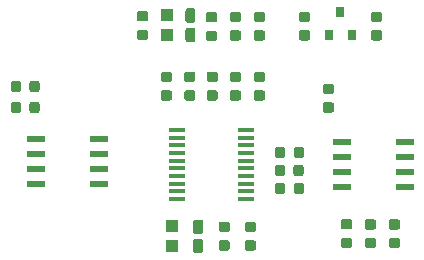
<source format=gbr>
G04 #@! TF.GenerationSoftware,KiCad,Pcbnew,(5.0.1)-3*
G04 #@! TF.CreationDate,2020-01-05T22:10:57-05:00*
G04 #@! TF.ProjectId,ml-ph-board,6D6C2D70682D626F6172642E6B696361,rev?*
G04 #@! TF.SameCoordinates,Original*
G04 #@! TF.FileFunction,Paste,Top*
G04 #@! TF.FilePolarity,Positive*
%FSLAX46Y46*%
G04 Gerber Fmt 4.6, Leading zero omitted, Abs format (unit mm)*
G04 Created by KiCad (PCBNEW (5.0.1)-3) date 1/5/2020 10:10:57 PM*
%MOMM*%
%LPD*%
G01*
G04 APERTURE LIST*
%ADD10R,1.550000X0.600000*%
%ADD11C,0.100000*%
%ADD12C,0.875000*%
%ADD13R,0.800000X0.900000*%
%ADD14R,1.450000X0.450000*%
%ADD15C,0.850000*%
%ADD16R,0.998220X1.099820*%
G04 APERTURE END LIST*
D10*
G04 #@! TO.C,U4*
X146718000Y-103759000D03*
X146718000Y-102489000D03*
X146718000Y-101219000D03*
X146718000Y-99949000D03*
X141318000Y-99949000D03*
X141318000Y-101219000D03*
X141318000Y-102489000D03*
X141318000Y-103759000D03*
G04 #@! TD*
D11*
G04 #@! TO.C,C1*
G36*
X113981191Y-94776053D02*
X114002426Y-94779203D01*
X114023250Y-94784419D01*
X114043462Y-94791651D01*
X114062868Y-94800830D01*
X114081281Y-94811866D01*
X114098524Y-94824654D01*
X114114430Y-94839070D01*
X114128846Y-94854976D01*
X114141634Y-94872219D01*
X114152670Y-94890632D01*
X114161849Y-94910038D01*
X114169081Y-94930250D01*
X114174297Y-94951074D01*
X114177447Y-94972309D01*
X114178500Y-94993750D01*
X114178500Y-95506250D01*
X114177447Y-95527691D01*
X114174297Y-95548926D01*
X114169081Y-95569750D01*
X114161849Y-95589962D01*
X114152670Y-95609368D01*
X114141634Y-95627781D01*
X114128846Y-95645024D01*
X114114430Y-95660930D01*
X114098524Y-95675346D01*
X114081281Y-95688134D01*
X114062868Y-95699170D01*
X114043462Y-95708349D01*
X114023250Y-95715581D01*
X114002426Y-95720797D01*
X113981191Y-95723947D01*
X113959750Y-95725000D01*
X113522250Y-95725000D01*
X113500809Y-95723947D01*
X113479574Y-95720797D01*
X113458750Y-95715581D01*
X113438538Y-95708349D01*
X113419132Y-95699170D01*
X113400719Y-95688134D01*
X113383476Y-95675346D01*
X113367570Y-95660930D01*
X113353154Y-95645024D01*
X113340366Y-95627781D01*
X113329330Y-95609368D01*
X113320151Y-95589962D01*
X113312919Y-95569750D01*
X113307703Y-95548926D01*
X113304553Y-95527691D01*
X113303500Y-95506250D01*
X113303500Y-94993750D01*
X113304553Y-94972309D01*
X113307703Y-94951074D01*
X113312919Y-94930250D01*
X113320151Y-94910038D01*
X113329330Y-94890632D01*
X113340366Y-94872219D01*
X113353154Y-94854976D01*
X113367570Y-94839070D01*
X113383476Y-94824654D01*
X113400719Y-94811866D01*
X113419132Y-94800830D01*
X113438538Y-94791651D01*
X113458750Y-94784419D01*
X113479574Y-94779203D01*
X113500809Y-94776053D01*
X113522250Y-94775000D01*
X113959750Y-94775000D01*
X113981191Y-94776053D01*
X113981191Y-94776053D01*
G37*
D12*
X113741000Y-95250000D03*
D11*
G36*
X115556191Y-94776053D02*
X115577426Y-94779203D01*
X115598250Y-94784419D01*
X115618462Y-94791651D01*
X115637868Y-94800830D01*
X115656281Y-94811866D01*
X115673524Y-94824654D01*
X115689430Y-94839070D01*
X115703846Y-94854976D01*
X115716634Y-94872219D01*
X115727670Y-94890632D01*
X115736849Y-94910038D01*
X115744081Y-94930250D01*
X115749297Y-94951074D01*
X115752447Y-94972309D01*
X115753500Y-94993750D01*
X115753500Y-95506250D01*
X115752447Y-95527691D01*
X115749297Y-95548926D01*
X115744081Y-95569750D01*
X115736849Y-95589962D01*
X115727670Y-95609368D01*
X115716634Y-95627781D01*
X115703846Y-95645024D01*
X115689430Y-95660930D01*
X115673524Y-95675346D01*
X115656281Y-95688134D01*
X115637868Y-95699170D01*
X115618462Y-95708349D01*
X115598250Y-95715581D01*
X115577426Y-95720797D01*
X115556191Y-95723947D01*
X115534750Y-95725000D01*
X115097250Y-95725000D01*
X115075809Y-95723947D01*
X115054574Y-95720797D01*
X115033750Y-95715581D01*
X115013538Y-95708349D01*
X114994132Y-95699170D01*
X114975719Y-95688134D01*
X114958476Y-95675346D01*
X114942570Y-95660930D01*
X114928154Y-95645024D01*
X114915366Y-95627781D01*
X114904330Y-95609368D01*
X114895151Y-95589962D01*
X114887919Y-95569750D01*
X114882703Y-95548926D01*
X114879553Y-95527691D01*
X114878500Y-95506250D01*
X114878500Y-94993750D01*
X114879553Y-94972309D01*
X114882703Y-94951074D01*
X114887919Y-94930250D01*
X114895151Y-94910038D01*
X114904330Y-94890632D01*
X114915366Y-94872219D01*
X114928154Y-94854976D01*
X114942570Y-94839070D01*
X114958476Y-94824654D01*
X114975719Y-94811866D01*
X114994132Y-94800830D01*
X115013538Y-94791651D01*
X115033750Y-94784419D01*
X115054574Y-94779203D01*
X115075809Y-94776053D01*
X115097250Y-94775000D01*
X115534750Y-94775000D01*
X115556191Y-94776053D01*
X115556191Y-94776053D01*
G37*
D12*
X115316000Y-95250000D03*
G04 #@! TD*
D11*
G04 #@! TO.C,C2*
G36*
X115556191Y-96554053D02*
X115577426Y-96557203D01*
X115598250Y-96562419D01*
X115618462Y-96569651D01*
X115637868Y-96578830D01*
X115656281Y-96589866D01*
X115673524Y-96602654D01*
X115689430Y-96617070D01*
X115703846Y-96632976D01*
X115716634Y-96650219D01*
X115727670Y-96668632D01*
X115736849Y-96688038D01*
X115744081Y-96708250D01*
X115749297Y-96729074D01*
X115752447Y-96750309D01*
X115753500Y-96771750D01*
X115753500Y-97284250D01*
X115752447Y-97305691D01*
X115749297Y-97326926D01*
X115744081Y-97347750D01*
X115736849Y-97367962D01*
X115727670Y-97387368D01*
X115716634Y-97405781D01*
X115703846Y-97423024D01*
X115689430Y-97438930D01*
X115673524Y-97453346D01*
X115656281Y-97466134D01*
X115637868Y-97477170D01*
X115618462Y-97486349D01*
X115598250Y-97493581D01*
X115577426Y-97498797D01*
X115556191Y-97501947D01*
X115534750Y-97503000D01*
X115097250Y-97503000D01*
X115075809Y-97501947D01*
X115054574Y-97498797D01*
X115033750Y-97493581D01*
X115013538Y-97486349D01*
X114994132Y-97477170D01*
X114975719Y-97466134D01*
X114958476Y-97453346D01*
X114942570Y-97438930D01*
X114928154Y-97423024D01*
X114915366Y-97405781D01*
X114904330Y-97387368D01*
X114895151Y-97367962D01*
X114887919Y-97347750D01*
X114882703Y-97326926D01*
X114879553Y-97305691D01*
X114878500Y-97284250D01*
X114878500Y-96771750D01*
X114879553Y-96750309D01*
X114882703Y-96729074D01*
X114887919Y-96708250D01*
X114895151Y-96688038D01*
X114904330Y-96668632D01*
X114915366Y-96650219D01*
X114928154Y-96632976D01*
X114942570Y-96617070D01*
X114958476Y-96602654D01*
X114975719Y-96589866D01*
X114994132Y-96578830D01*
X115013538Y-96569651D01*
X115033750Y-96562419D01*
X115054574Y-96557203D01*
X115075809Y-96554053D01*
X115097250Y-96553000D01*
X115534750Y-96553000D01*
X115556191Y-96554053D01*
X115556191Y-96554053D01*
G37*
D12*
X115316000Y-97028000D03*
D11*
G36*
X113981191Y-96554053D02*
X114002426Y-96557203D01*
X114023250Y-96562419D01*
X114043462Y-96569651D01*
X114062868Y-96578830D01*
X114081281Y-96589866D01*
X114098524Y-96602654D01*
X114114430Y-96617070D01*
X114128846Y-96632976D01*
X114141634Y-96650219D01*
X114152670Y-96668632D01*
X114161849Y-96688038D01*
X114169081Y-96708250D01*
X114174297Y-96729074D01*
X114177447Y-96750309D01*
X114178500Y-96771750D01*
X114178500Y-97284250D01*
X114177447Y-97305691D01*
X114174297Y-97326926D01*
X114169081Y-97347750D01*
X114161849Y-97367962D01*
X114152670Y-97387368D01*
X114141634Y-97405781D01*
X114128846Y-97423024D01*
X114114430Y-97438930D01*
X114098524Y-97453346D01*
X114081281Y-97466134D01*
X114062868Y-97477170D01*
X114043462Y-97486349D01*
X114023250Y-97493581D01*
X114002426Y-97498797D01*
X113981191Y-97501947D01*
X113959750Y-97503000D01*
X113522250Y-97503000D01*
X113500809Y-97501947D01*
X113479574Y-97498797D01*
X113458750Y-97493581D01*
X113438538Y-97486349D01*
X113419132Y-97477170D01*
X113400719Y-97466134D01*
X113383476Y-97453346D01*
X113367570Y-97438930D01*
X113353154Y-97423024D01*
X113340366Y-97405781D01*
X113329330Y-97387368D01*
X113320151Y-97367962D01*
X113312919Y-97347750D01*
X113307703Y-97326926D01*
X113304553Y-97305691D01*
X113303500Y-97284250D01*
X113303500Y-96771750D01*
X113304553Y-96750309D01*
X113307703Y-96729074D01*
X113312919Y-96708250D01*
X113320151Y-96688038D01*
X113329330Y-96668632D01*
X113340366Y-96650219D01*
X113353154Y-96632976D01*
X113367570Y-96617070D01*
X113383476Y-96602654D01*
X113400719Y-96589866D01*
X113419132Y-96578830D01*
X113438538Y-96569651D01*
X113458750Y-96562419D01*
X113479574Y-96557203D01*
X113500809Y-96554053D01*
X113522250Y-96553000D01*
X113959750Y-96553000D01*
X113981191Y-96554053D01*
X113981191Y-96554053D01*
G37*
D12*
X113741000Y-97028000D03*
G04 #@! TD*
D11*
G04 #@! TO.C,C3*
G36*
X124737691Y-88859693D02*
X124758926Y-88862843D01*
X124779750Y-88868059D01*
X124799962Y-88875291D01*
X124819368Y-88884470D01*
X124837781Y-88895506D01*
X124855024Y-88908294D01*
X124870930Y-88922710D01*
X124885346Y-88938616D01*
X124898134Y-88955859D01*
X124909170Y-88974272D01*
X124918349Y-88993678D01*
X124925581Y-89013890D01*
X124930797Y-89034714D01*
X124933947Y-89055949D01*
X124935000Y-89077390D01*
X124935000Y-89514890D01*
X124933947Y-89536331D01*
X124930797Y-89557566D01*
X124925581Y-89578390D01*
X124918349Y-89598602D01*
X124909170Y-89618008D01*
X124898134Y-89636421D01*
X124885346Y-89653664D01*
X124870930Y-89669570D01*
X124855024Y-89683986D01*
X124837781Y-89696774D01*
X124819368Y-89707810D01*
X124799962Y-89716989D01*
X124779750Y-89724221D01*
X124758926Y-89729437D01*
X124737691Y-89732587D01*
X124716250Y-89733640D01*
X124203750Y-89733640D01*
X124182309Y-89732587D01*
X124161074Y-89729437D01*
X124140250Y-89724221D01*
X124120038Y-89716989D01*
X124100632Y-89707810D01*
X124082219Y-89696774D01*
X124064976Y-89683986D01*
X124049070Y-89669570D01*
X124034654Y-89653664D01*
X124021866Y-89636421D01*
X124010830Y-89618008D01*
X124001651Y-89598602D01*
X123994419Y-89578390D01*
X123989203Y-89557566D01*
X123986053Y-89536331D01*
X123985000Y-89514890D01*
X123985000Y-89077390D01*
X123986053Y-89055949D01*
X123989203Y-89034714D01*
X123994419Y-89013890D01*
X124001651Y-88993678D01*
X124010830Y-88974272D01*
X124021866Y-88955859D01*
X124034654Y-88938616D01*
X124049070Y-88922710D01*
X124064976Y-88908294D01*
X124082219Y-88895506D01*
X124100632Y-88884470D01*
X124120038Y-88875291D01*
X124140250Y-88868059D01*
X124161074Y-88862843D01*
X124182309Y-88859693D01*
X124203750Y-88858640D01*
X124716250Y-88858640D01*
X124737691Y-88859693D01*
X124737691Y-88859693D01*
G37*
D12*
X124460000Y-89296140D03*
D11*
G36*
X124737691Y-90434693D02*
X124758926Y-90437843D01*
X124779750Y-90443059D01*
X124799962Y-90450291D01*
X124819368Y-90459470D01*
X124837781Y-90470506D01*
X124855024Y-90483294D01*
X124870930Y-90497710D01*
X124885346Y-90513616D01*
X124898134Y-90530859D01*
X124909170Y-90549272D01*
X124918349Y-90568678D01*
X124925581Y-90588890D01*
X124930797Y-90609714D01*
X124933947Y-90630949D01*
X124935000Y-90652390D01*
X124935000Y-91089890D01*
X124933947Y-91111331D01*
X124930797Y-91132566D01*
X124925581Y-91153390D01*
X124918349Y-91173602D01*
X124909170Y-91193008D01*
X124898134Y-91211421D01*
X124885346Y-91228664D01*
X124870930Y-91244570D01*
X124855024Y-91258986D01*
X124837781Y-91271774D01*
X124819368Y-91282810D01*
X124799962Y-91291989D01*
X124779750Y-91299221D01*
X124758926Y-91304437D01*
X124737691Y-91307587D01*
X124716250Y-91308640D01*
X124203750Y-91308640D01*
X124182309Y-91307587D01*
X124161074Y-91304437D01*
X124140250Y-91299221D01*
X124120038Y-91291989D01*
X124100632Y-91282810D01*
X124082219Y-91271774D01*
X124064976Y-91258986D01*
X124049070Y-91244570D01*
X124034654Y-91228664D01*
X124021866Y-91211421D01*
X124010830Y-91193008D01*
X124001651Y-91173602D01*
X123994419Y-91153390D01*
X123989203Y-91132566D01*
X123986053Y-91111331D01*
X123985000Y-91089890D01*
X123985000Y-90652390D01*
X123986053Y-90630949D01*
X123989203Y-90609714D01*
X123994419Y-90588890D01*
X124001651Y-90568678D01*
X124010830Y-90549272D01*
X124021866Y-90530859D01*
X124034654Y-90513616D01*
X124049070Y-90497710D01*
X124064976Y-90483294D01*
X124082219Y-90470506D01*
X124100632Y-90459470D01*
X124120038Y-90450291D01*
X124140250Y-90443059D01*
X124161074Y-90437843D01*
X124182309Y-90434693D01*
X124203750Y-90433640D01*
X124716250Y-90433640D01*
X124737691Y-90434693D01*
X124737691Y-90434693D01*
G37*
D12*
X124460000Y-90871140D03*
G04 #@! TD*
D11*
G04 #@! TO.C,C4*
G36*
X133881691Y-106700553D02*
X133902926Y-106703703D01*
X133923750Y-106708919D01*
X133943962Y-106716151D01*
X133963368Y-106725330D01*
X133981781Y-106736366D01*
X133999024Y-106749154D01*
X134014930Y-106763570D01*
X134029346Y-106779476D01*
X134042134Y-106796719D01*
X134053170Y-106815132D01*
X134062349Y-106834538D01*
X134069581Y-106854750D01*
X134074797Y-106875574D01*
X134077947Y-106896809D01*
X134079000Y-106918250D01*
X134079000Y-107355750D01*
X134077947Y-107377191D01*
X134074797Y-107398426D01*
X134069581Y-107419250D01*
X134062349Y-107439462D01*
X134053170Y-107458868D01*
X134042134Y-107477281D01*
X134029346Y-107494524D01*
X134014930Y-107510430D01*
X133999024Y-107524846D01*
X133981781Y-107537634D01*
X133963368Y-107548670D01*
X133943962Y-107557849D01*
X133923750Y-107565081D01*
X133902926Y-107570297D01*
X133881691Y-107573447D01*
X133860250Y-107574500D01*
X133347750Y-107574500D01*
X133326309Y-107573447D01*
X133305074Y-107570297D01*
X133284250Y-107565081D01*
X133264038Y-107557849D01*
X133244632Y-107548670D01*
X133226219Y-107537634D01*
X133208976Y-107524846D01*
X133193070Y-107510430D01*
X133178654Y-107494524D01*
X133165866Y-107477281D01*
X133154830Y-107458868D01*
X133145651Y-107439462D01*
X133138419Y-107419250D01*
X133133203Y-107398426D01*
X133130053Y-107377191D01*
X133129000Y-107355750D01*
X133129000Y-106918250D01*
X133130053Y-106896809D01*
X133133203Y-106875574D01*
X133138419Y-106854750D01*
X133145651Y-106834538D01*
X133154830Y-106815132D01*
X133165866Y-106796719D01*
X133178654Y-106779476D01*
X133193070Y-106763570D01*
X133208976Y-106749154D01*
X133226219Y-106736366D01*
X133244632Y-106725330D01*
X133264038Y-106716151D01*
X133284250Y-106708919D01*
X133305074Y-106703703D01*
X133326309Y-106700553D01*
X133347750Y-106699500D01*
X133860250Y-106699500D01*
X133881691Y-106700553D01*
X133881691Y-106700553D01*
G37*
D12*
X133604000Y-107137000D03*
D11*
G36*
X133881691Y-108275553D02*
X133902926Y-108278703D01*
X133923750Y-108283919D01*
X133943962Y-108291151D01*
X133963368Y-108300330D01*
X133981781Y-108311366D01*
X133999024Y-108324154D01*
X134014930Y-108338570D01*
X134029346Y-108354476D01*
X134042134Y-108371719D01*
X134053170Y-108390132D01*
X134062349Y-108409538D01*
X134069581Y-108429750D01*
X134074797Y-108450574D01*
X134077947Y-108471809D01*
X134079000Y-108493250D01*
X134079000Y-108930750D01*
X134077947Y-108952191D01*
X134074797Y-108973426D01*
X134069581Y-108994250D01*
X134062349Y-109014462D01*
X134053170Y-109033868D01*
X134042134Y-109052281D01*
X134029346Y-109069524D01*
X134014930Y-109085430D01*
X133999024Y-109099846D01*
X133981781Y-109112634D01*
X133963368Y-109123670D01*
X133943962Y-109132849D01*
X133923750Y-109140081D01*
X133902926Y-109145297D01*
X133881691Y-109148447D01*
X133860250Y-109149500D01*
X133347750Y-109149500D01*
X133326309Y-109148447D01*
X133305074Y-109145297D01*
X133284250Y-109140081D01*
X133264038Y-109132849D01*
X133244632Y-109123670D01*
X133226219Y-109112634D01*
X133208976Y-109099846D01*
X133193070Y-109085430D01*
X133178654Y-109069524D01*
X133165866Y-109052281D01*
X133154830Y-109033868D01*
X133145651Y-109014462D01*
X133138419Y-108994250D01*
X133133203Y-108973426D01*
X133130053Y-108952191D01*
X133129000Y-108930750D01*
X133129000Y-108493250D01*
X133130053Y-108471809D01*
X133133203Y-108450574D01*
X133138419Y-108429750D01*
X133145651Y-108409538D01*
X133154830Y-108390132D01*
X133165866Y-108371719D01*
X133178654Y-108354476D01*
X133193070Y-108338570D01*
X133208976Y-108324154D01*
X133226219Y-108311366D01*
X133244632Y-108300330D01*
X133264038Y-108291151D01*
X133284250Y-108283919D01*
X133305074Y-108278703D01*
X133326309Y-108275553D01*
X133347750Y-108274500D01*
X133860250Y-108274500D01*
X133881691Y-108275553D01*
X133881691Y-108275553D01*
G37*
D12*
X133604000Y-108712000D03*
G04 #@! TD*
D11*
G04 #@! TO.C,C5*
G36*
X134643691Y-95575553D02*
X134664926Y-95578703D01*
X134685750Y-95583919D01*
X134705962Y-95591151D01*
X134725368Y-95600330D01*
X134743781Y-95611366D01*
X134761024Y-95624154D01*
X134776930Y-95638570D01*
X134791346Y-95654476D01*
X134804134Y-95671719D01*
X134815170Y-95690132D01*
X134824349Y-95709538D01*
X134831581Y-95729750D01*
X134836797Y-95750574D01*
X134839947Y-95771809D01*
X134841000Y-95793250D01*
X134841000Y-96230750D01*
X134839947Y-96252191D01*
X134836797Y-96273426D01*
X134831581Y-96294250D01*
X134824349Y-96314462D01*
X134815170Y-96333868D01*
X134804134Y-96352281D01*
X134791346Y-96369524D01*
X134776930Y-96385430D01*
X134761024Y-96399846D01*
X134743781Y-96412634D01*
X134725368Y-96423670D01*
X134705962Y-96432849D01*
X134685750Y-96440081D01*
X134664926Y-96445297D01*
X134643691Y-96448447D01*
X134622250Y-96449500D01*
X134109750Y-96449500D01*
X134088309Y-96448447D01*
X134067074Y-96445297D01*
X134046250Y-96440081D01*
X134026038Y-96432849D01*
X134006632Y-96423670D01*
X133988219Y-96412634D01*
X133970976Y-96399846D01*
X133955070Y-96385430D01*
X133940654Y-96369524D01*
X133927866Y-96352281D01*
X133916830Y-96333868D01*
X133907651Y-96314462D01*
X133900419Y-96294250D01*
X133895203Y-96273426D01*
X133892053Y-96252191D01*
X133891000Y-96230750D01*
X133891000Y-95793250D01*
X133892053Y-95771809D01*
X133895203Y-95750574D01*
X133900419Y-95729750D01*
X133907651Y-95709538D01*
X133916830Y-95690132D01*
X133927866Y-95671719D01*
X133940654Y-95654476D01*
X133955070Y-95638570D01*
X133970976Y-95624154D01*
X133988219Y-95611366D01*
X134006632Y-95600330D01*
X134026038Y-95591151D01*
X134046250Y-95583919D01*
X134067074Y-95578703D01*
X134088309Y-95575553D01*
X134109750Y-95574500D01*
X134622250Y-95574500D01*
X134643691Y-95575553D01*
X134643691Y-95575553D01*
G37*
D12*
X134366000Y-96012000D03*
D11*
G36*
X134643691Y-94000553D02*
X134664926Y-94003703D01*
X134685750Y-94008919D01*
X134705962Y-94016151D01*
X134725368Y-94025330D01*
X134743781Y-94036366D01*
X134761024Y-94049154D01*
X134776930Y-94063570D01*
X134791346Y-94079476D01*
X134804134Y-94096719D01*
X134815170Y-94115132D01*
X134824349Y-94134538D01*
X134831581Y-94154750D01*
X134836797Y-94175574D01*
X134839947Y-94196809D01*
X134841000Y-94218250D01*
X134841000Y-94655750D01*
X134839947Y-94677191D01*
X134836797Y-94698426D01*
X134831581Y-94719250D01*
X134824349Y-94739462D01*
X134815170Y-94758868D01*
X134804134Y-94777281D01*
X134791346Y-94794524D01*
X134776930Y-94810430D01*
X134761024Y-94824846D01*
X134743781Y-94837634D01*
X134725368Y-94848670D01*
X134705962Y-94857849D01*
X134685750Y-94865081D01*
X134664926Y-94870297D01*
X134643691Y-94873447D01*
X134622250Y-94874500D01*
X134109750Y-94874500D01*
X134088309Y-94873447D01*
X134067074Y-94870297D01*
X134046250Y-94865081D01*
X134026038Y-94857849D01*
X134006632Y-94848670D01*
X133988219Y-94837634D01*
X133970976Y-94824846D01*
X133955070Y-94810430D01*
X133940654Y-94794524D01*
X133927866Y-94777281D01*
X133916830Y-94758868D01*
X133907651Y-94739462D01*
X133900419Y-94719250D01*
X133895203Y-94698426D01*
X133892053Y-94677191D01*
X133891000Y-94655750D01*
X133891000Y-94218250D01*
X133892053Y-94196809D01*
X133895203Y-94175574D01*
X133900419Y-94154750D01*
X133907651Y-94134538D01*
X133916830Y-94115132D01*
X133927866Y-94096719D01*
X133940654Y-94079476D01*
X133955070Y-94063570D01*
X133970976Y-94049154D01*
X133988219Y-94036366D01*
X134006632Y-94025330D01*
X134026038Y-94016151D01*
X134046250Y-94008919D01*
X134067074Y-94003703D01*
X134088309Y-94000553D01*
X134109750Y-93999500D01*
X134622250Y-93999500D01*
X134643691Y-94000553D01*
X134643691Y-94000553D01*
G37*
D12*
X134366000Y-94437000D03*
G04 #@! TD*
D11*
G04 #@! TO.C,C6*
G36*
X144549691Y-90487053D02*
X144570926Y-90490203D01*
X144591750Y-90495419D01*
X144611962Y-90502651D01*
X144631368Y-90511830D01*
X144649781Y-90522866D01*
X144667024Y-90535654D01*
X144682930Y-90550070D01*
X144697346Y-90565976D01*
X144710134Y-90583219D01*
X144721170Y-90601632D01*
X144730349Y-90621038D01*
X144737581Y-90641250D01*
X144742797Y-90662074D01*
X144745947Y-90683309D01*
X144747000Y-90704750D01*
X144747000Y-91142250D01*
X144745947Y-91163691D01*
X144742797Y-91184926D01*
X144737581Y-91205750D01*
X144730349Y-91225962D01*
X144721170Y-91245368D01*
X144710134Y-91263781D01*
X144697346Y-91281024D01*
X144682930Y-91296930D01*
X144667024Y-91311346D01*
X144649781Y-91324134D01*
X144631368Y-91335170D01*
X144611962Y-91344349D01*
X144591750Y-91351581D01*
X144570926Y-91356797D01*
X144549691Y-91359947D01*
X144528250Y-91361000D01*
X144015750Y-91361000D01*
X143994309Y-91359947D01*
X143973074Y-91356797D01*
X143952250Y-91351581D01*
X143932038Y-91344349D01*
X143912632Y-91335170D01*
X143894219Y-91324134D01*
X143876976Y-91311346D01*
X143861070Y-91296930D01*
X143846654Y-91281024D01*
X143833866Y-91263781D01*
X143822830Y-91245368D01*
X143813651Y-91225962D01*
X143806419Y-91205750D01*
X143801203Y-91184926D01*
X143798053Y-91163691D01*
X143797000Y-91142250D01*
X143797000Y-90704750D01*
X143798053Y-90683309D01*
X143801203Y-90662074D01*
X143806419Y-90641250D01*
X143813651Y-90621038D01*
X143822830Y-90601632D01*
X143833866Y-90583219D01*
X143846654Y-90565976D01*
X143861070Y-90550070D01*
X143876976Y-90535654D01*
X143894219Y-90522866D01*
X143912632Y-90511830D01*
X143932038Y-90502651D01*
X143952250Y-90495419D01*
X143973074Y-90490203D01*
X143994309Y-90487053D01*
X144015750Y-90486000D01*
X144528250Y-90486000D01*
X144549691Y-90487053D01*
X144549691Y-90487053D01*
G37*
D12*
X144272000Y-90923500D03*
D11*
G36*
X144549691Y-88912053D02*
X144570926Y-88915203D01*
X144591750Y-88920419D01*
X144611962Y-88927651D01*
X144631368Y-88936830D01*
X144649781Y-88947866D01*
X144667024Y-88960654D01*
X144682930Y-88975070D01*
X144697346Y-88990976D01*
X144710134Y-89008219D01*
X144721170Y-89026632D01*
X144730349Y-89046038D01*
X144737581Y-89066250D01*
X144742797Y-89087074D01*
X144745947Y-89108309D01*
X144747000Y-89129750D01*
X144747000Y-89567250D01*
X144745947Y-89588691D01*
X144742797Y-89609926D01*
X144737581Y-89630750D01*
X144730349Y-89650962D01*
X144721170Y-89670368D01*
X144710134Y-89688781D01*
X144697346Y-89706024D01*
X144682930Y-89721930D01*
X144667024Y-89736346D01*
X144649781Y-89749134D01*
X144631368Y-89760170D01*
X144611962Y-89769349D01*
X144591750Y-89776581D01*
X144570926Y-89781797D01*
X144549691Y-89784947D01*
X144528250Y-89786000D01*
X144015750Y-89786000D01*
X143994309Y-89784947D01*
X143973074Y-89781797D01*
X143952250Y-89776581D01*
X143932038Y-89769349D01*
X143912632Y-89760170D01*
X143894219Y-89749134D01*
X143876976Y-89736346D01*
X143861070Y-89721930D01*
X143846654Y-89706024D01*
X143833866Y-89688781D01*
X143822830Y-89670368D01*
X143813651Y-89650962D01*
X143806419Y-89630750D01*
X143801203Y-89609926D01*
X143798053Y-89588691D01*
X143797000Y-89567250D01*
X143797000Y-89129750D01*
X143798053Y-89108309D01*
X143801203Y-89087074D01*
X143806419Y-89066250D01*
X143813651Y-89046038D01*
X143822830Y-89026632D01*
X143833866Y-89008219D01*
X143846654Y-88990976D01*
X143861070Y-88975070D01*
X143876976Y-88960654D01*
X143894219Y-88947866D01*
X143912632Y-88936830D01*
X143932038Y-88927651D01*
X143952250Y-88920419D01*
X143973074Y-88915203D01*
X143994309Y-88912053D01*
X144015750Y-88911000D01*
X144528250Y-88911000D01*
X144549691Y-88912053D01*
X144549691Y-88912053D01*
G37*
D12*
X144272000Y-89348500D03*
G04 #@! TD*
D11*
G04 #@! TO.C,C7*
G36*
X132611691Y-94000553D02*
X132632926Y-94003703D01*
X132653750Y-94008919D01*
X132673962Y-94016151D01*
X132693368Y-94025330D01*
X132711781Y-94036366D01*
X132729024Y-94049154D01*
X132744930Y-94063570D01*
X132759346Y-94079476D01*
X132772134Y-94096719D01*
X132783170Y-94115132D01*
X132792349Y-94134538D01*
X132799581Y-94154750D01*
X132804797Y-94175574D01*
X132807947Y-94196809D01*
X132809000Y-94218250D01*
X132809000Y-94655750D01*
X132807947Y-94677191D01*
X132804797Y-94698426D01*
X132799581Y-94719250D01*
X132792349Y-94739462D01*
X132783170Y-94758868D01*
X132772134Y-94777281D01*
X132759346Y-94794524D01*
X132744930Y-94810430D01*
X132729024Y-94824846D01*
X132711781Y-94837634D01*
X132693368Y-94848670D01*
X132673962Y-94857849D01*
X132653750Y-94865081D01*
X132632926Y-94870297D01*
X132611691Y-94873447D01*
X132590250Y-94874500D01*
X132077750Y-94874500D01*
X132056309Y-94873447D01*
X132035074Y-94870297D01*
X132014250Y-94865081D01*
X131994038Y-94857849D01*
X131974632Y-94848670D01*
X131956219Y-94837634D01*
X131938976Y-94824846D01*
X131923070Y-94810430D01*
X131908654Y-94794524D01*
X131895866Y-94777281D01*
X131884830Y-94758868D01*
X131875651Y-94739462D01*
X131868419Y-94719250D01*
X131863203Y-94698426D01*
X131860053Y-94677191D01*
X131859000Y-94655750D01*
X131859000Y-94218250D01*
X131860053Y-94196809D01*
X131863203Y-94175574D01*
X131868419Y-94154750D01*
X131875651Y-94134538D01*
X131884830Y-94115132D01*
X131895866Y-94096719D01*
X131908654Y-94079476D01*
X131923070Y-94063570D01*
X131938976Y-94049154D01*
X131956219Y-94036366D01*
X131974632Y-94025330D01*
X131994038Y-94016151D01*
X132014250Y-94008919D01*
X132035074Y-94003703D01*
X132056309Y-94000553D01*
X132077750Y-93999500D01*
X132590250Y-93999500D01*
X132611691Y-94000553D01*
X132611691Y-94000553D01*
G37*
D12*
X132334000Y-94437000D03*
D11*
G36*
X132611691Y-95575553D02*
X132632926Y-95578703D01*
X132653750Y-95583919D01*
X132673962Y-95591151D01*
X132693368Y-95600330D01*
X132711781Y-95611366D01*
X132729024Y-95624154D01*
X132744930Y-95638570D01*
X132759346Y-95654476D01*
X132772134Y-95671719D01*
X132783170Y-95690132D01*
X132792349Y-95709538D01*
X132799581Y-95729750D01*
X132804797Y-95750574D01*
X132807947Y-95771809D01*
X132809000Y-95793250D01*
X132809000Y-96230750D01*
X132807947Y-96252191D01*
X132804797Y-96273426D01*
X132799581Y-96294250D01*
X132792349Y-96314462D01*
X132783170Y-96333868D01*
X132772134Y-96352281D01*
X132759346Y-96369524D01*
X132744930Y-96385430D01*
X132729024Y-96399846D01*
X132711781Y-96412634D01*
X132693368Y-96423670D01*
X132673962Y-96432849D01*
X132653750Y-96440081D01*
X132632926Y-96445297D01*
X132611691Y-96448447D01*
X132590250Y-96449500D01*
X132077750Y-96449500D01*
X132056309Y-96448447D01*
X132035074Y-96445297D01*
X132014250Y-96440081D01*
X131994038Y-96432849D01*
X131974632Y-96423670D01*
X131956219Y-96412634D01*
X131938976Y-96399846D01*
X131923070Y-96385430D01*
X131908654Y-96369524D01*
X131895866Y-96352281D01*
X131884830Y-96333868D01*
X131875651Y-96314462D01*
X131868419Y-96294250D01*
X131863203Y-96273426D01*
X131860053Y-96252191D01*
X131859000Y-96230750D01*
X131859000Y-95793250D01*
X131860053Y-95771809D01*
X131863203Y-95750574D01*
X131868419Y-95729750D01*
X131875651Y-95709538D01*
X131884830Y-95690132D01*
X131895866Y-95671719D01*
X131908654Y-95654476D01*
X131923070Y-95638570D01*
X131938976Y-95624154D01*
X131956219Y-95611366D01*
X131974632Y-95600330D01*
X131994038Y-95591151D01*
X132014250Y-95583919D01*
X132035074Y-95578703D01*
X132056309Y-95575553D01*
X132077750Y-95574500D01*
X132590250Y-95574500D01*
X132611691Y-95575553D01*
X132611691Y-95575553D01*
G37*
D12*
X132334000Y-96012000D03*
G04 #@! TD*
D11*
G04 #@! TO.C,C8*
G36*
X140485691Y-95016553D02*
X140506926Y-95019703D01*
X140527750Y-95024919D01*
X140547962Y-95032151D01*
X140567368Y-95041330D01*
X140585781Y-95052366D01*
X140603024Y-95065154D01*
X140618930Y-95079570D01*
X140633346Y-95095476D01*
X140646134Y-95112719D01*
X140657170Y-95131132D01*
X140666349Y-95150538D01*
X140673581Y-95170750D01*
X140678797Y-95191574D01*
X140681947Y-95212809D01*
X140683000Y-95234250D01*
X140683000Y-95671750D01*
X140681947Y-95693191D01*
X140678797Y-95714426D01*
X140673581Y-95735250D01*
X140666349Y-95755462D01*
X140657170Y-95774868D01*
X140646134Y-95793281D01*
X140633346Y-95810524D01*
X140618930Y-95826430D01*
X140603024Y-95840846D01*
X140585781Y-95853634D01*
X140567368Y-95864670D01*
X140547962Y-95873849D01*
X140527750Y-95881081D01*
X140506926Y-95886297D01*
X140485691Y-95889447D01*
X140464250Y-95890500D01*
X139951750Y-95890500D01*
X139930309Y-95889447D01*
X139909074Y-95886297D01*
X139888250Y-95881081D01*
X139868038Y-95873849D01*
X139848632Y-95864670D01*
X139830219Y-95853634D01*
X139812976Y-95840846D01*
X139797070Y-95826430D01*
X139782654Y-95810524D01*
X139769866Y-95793281D01*
X139758830Y-95774868D01*
X139749651Y-95755462D01*
X139742419Y-95735250D01*
X139737203Y-95714426D01*
X139734053Y-95693191D01*
X139733000Y-95671750D01*
X139733000Y-95234250D01*
X139734053Y-95212809D01*
X139737203Y-95191574D01*
X139742419Y-95170750D01*
X139749651Y-95150538D01*
X139758830Y-95131132D01*
X139769866Y-95112719D01*
X139782654Y-95095476D01*
X139797070Y-95079570D01*
X139812976Y-95065154D01*
X139830219Y-95052366D01*
X139848632Y-95041330D01*
X139868038Y-95032151D01*
X139888250Y-95024919D01*
X139909074Y-95019703D01*
X139930309Y-95016553D01*
X139951750Y-95015500D01*
X140464250Y-95015500D01*
X140485691Y-95016553D01*
X140485691Y-95016553D01*
G37*
D12*
X140208000Y-95453000D03*
D11*
G36*
X140485691Y-96591553D02*
X140506926Y-96594703D01*
X140527750Y-96599919D01*
X140547962Y-96607151D01*
X140567368Y-96616330D01*
X140585781Y-96627366D01*
X140603024Y-96640154D01*
X140618930Y-96654570D01*
X140633346Y-96670476D01*
X140646134Y-96687719D01*
X140657170Y-96706132D01*
X140666349Y-96725538D01*
X140673581Y-96745750D01*
X140678797Y-96766574D01*
X140681947Y-96787809D01*
X140683000Y-96809250D01*
X140683000Y-97246750D01*
X140681947Y-97268191D01*
X140678797Y-97289426D01*
X140673581Y-97310250D01*
X140666349Y-97330462D01*
X140657170Y-97349868D01*
X140646134Y-97368281D01*
X140633346Y-97385524D01*
X140618930Y-97401430D01*
X140603024Y-97415846D01*
X140585781Y-97428634D01*
X140567368Y-97439670D01*
X140547962Y-97448849D01*
X140527750Y-97456081D01*
X140506926Y-97461297D01*
X140485691Y-97464447D01*
X140464250Y-97465500D01*
X139951750Y-97465500D01*
X139930309Y-97464447D01*
X139909074Y-97461297D01*
X139888250Y-97456081D01*
X139868038Y-97448849D01*
X139848632Y-97439670D01*
X139830219Y-97428634D01*
X139812976Y-97415846D01*
X139797070Y-97401430D01*
X139782654Y-97385524D01*
X139769866Y-97368281D01*
X139758830Y-97349868D01*
X139749651Y-97330462D01*
X139742419Y-97310250D01*
X139737203Y-97289426D01*
X139734053Y-97268191D01*
X139733000Y-97246750D01*
X139733000Y-96809250D01*
X139734053Y-96787809D01*
X139737203Y-96766574D01*
X139742419Y-96745750D01*
X139749651Y-96725538D01*
X139758830Y-96706132D01*
X139769866Y-96687719D01*
X139782654Y-96670476D01*
X139797070Y-96654570D01*
X139812976Y-96640154D01*
X139830219Y-96627366D01*
X139848632Y-96616330D01*
X139868038Y-96607151D01*
X139888250Y-96599919D01*
X139909074Y-96594703D01*
X139930309Y-96591553D01*
X139951750Y-96590500D01*
X140464250Y-96590500D01*
X140485691Y-96591553D01*
X140485691Y-96591553D01*
G37*
D12*
X140208000Y-97028000D03*
G04 #@! TD*
D11*
G04 #@! TO.C,C9*
G36*
X130643191Y-95575553D02*
X130664426Y-95578703D01*
X130685250Y-95583919D01*
X130705462Y-95591151D01*
X130724868Y-95600330D01*
X130743281Y-95611366D01*
X130760524Y-95624154D01*
X130776430Y-95638570D01*
X130790846Y-95654476D01*
X130803634Y-95671719D01*
X130814670Y-95690132D01*
X130823849Y-95709538D01*
X130831081Y-95729750D01*
X130836297Y-95750574D01*
X130839447Y-95771809D01*
X130840500Y-95793250D01*
X130840500Y-96230750D01*
X130839447Y-96252191D01*
X130836297Y-96273426D01*
X130831081Y-96294250D01*
X130823849Y-96314462D01*
X130814670Y-96333868D01*
X130803634Y-96352281D01*
X130790846Y-96369524D01*
X130776430Y-96385430D01*
X130760524Y-96399846D01*
X130743281Y-96412634D01*
X130724868Y-96423670D01*
X130705462Y-96432849D01*
X130685250Y-96440081D01*
X130664426Y-96445297D01*
X130643191Y-96448447D01*
X130621750Y-96449500D01*
X130109250Y-96449500D01*
X130087809Y-96448447D01*
X130066574Y-96445297D01*
X130045750Y-96440081D01*
X130025538Y-96432849D01*
X130006132Y-96423670D01*
X129987719Y-96412634D01*
X129970476Y-96399846D01*
X129954570Y-96385430D01*
X129940154Y-96369524D01*
X129927366Y-96352281D01*
X129916330Y-96333868D01*
X129907151Y-96314462D01*
X129899919Y-96294250D01*
X129894703Y-96273426D01*
X129891553Y-96252191D01*
X129890500Y-96230750D01*
X129890500Y-95793250D01*
X129891553Y-95771809D01*
X129894703Y-95750574D01*
X129899919Y-95729750D01*
X129907151Y-95709538D01*
X129916330Y-95690132D01*
X129927366Y-95671719D01*
X129940154Y-95654476D01*
X129954570Y-95638570D01*
X129970476Y-95624154D01*
X129987719Y-95611366D01*
X130006132Y-95600330D01*
X130025538Y-95591151D01*
X130045750Y-95583919D01*
X130066574Y-95578703D01*
X130087809Y-95575553D01*
X130109250Y-95574500D01*
X130621750Y-95574500D01*
X130643191Y-95575553D01*
X130643191Y-95575553D01*
G37*
D12*
X130365500Y-96012000D03*
D11*
G36*
X130643191Y-94000553D02*
X130664426Y-94003703D01*
X130685250Y-94008919D01*
X130705462Y-94016151D01*
X130724868Y-94025330D01*
X130743281Y-94036366D01*
X130760524Y-94049154D01*
X130776430Y-94063570D01*
X130790846Y-94079476D01*
X130803634Y-94096719D01*
X130814670Y-94115132D01*
X130823849Y-94134538D01*
X130831081Y-94154750D01*
X130836297Y-94175574D01*
X130839447Y-94196809D01*
X130840500Y-94218250D01*
X130840500Y-94655750D01*
X130839447Y-94677191D01*
X130836297Y-94698426D01*
X130831081Y-94719250D01*
X130823849Y-94739462D01*
X130814670Y-94758868D01*
X130803634Y-94777281D01*
X130790846Y-94794524D01*
X130776430Y-94810430D01*
X130760524Y-94824846D01*
X130743281Y-94837634D01*
X130724868Y-94848670D01*
X130705462Y-94857849D01*
X130685250Y-94865081D01*
X130664426Y-94870297D01*
X130643191Y-94873447D01*
X130621750Y-94874500D01*
X130109250Y-94874500D01*
X130087809Y-94873447D01*
X130066574Y-94870297D01*
X130045750Y-94865081D01*
X130025538Y-94857849D01*
X130006132Y-94848670D01*
X129987719Y-94837634D01*
X129970476Y-94824846D01*
X129954570Y-94810430D01*
X129940154Y-94794524D01*
X129927366Y-94777281D01*
X129916330Y-94758868D01*
X129907151Y-94739462D01*
X129899919Y-94719250D01*
X129894703Y-94698426D01*
X129891553Y-94677191D01*
X129890500Y-94655750D01*
X129890500Y-94218250D01*
X129891553Y-94196809D01*
X129894703Y-94175574D01*
X129899919Y-94154750D01*
X129907151Y-94134538D01*
X129916330Y-94115132D01*
X129927366Y-94096719D01*
X129940154Y-94079476D01*
X129954570Y-94063570D01*
X129970476Y-94049154D01*
X129987719Y-94036366D01*
X130006132Y-94025330D01*
X130025538Y-94016151D01*
X130045750Y-94008919D01*
X130066574Y-94003703D01*
X130087809Y-94000553D01*
X130109250Y-93999500D01*
X130621750Y-93999500D01*
X130643191Y-94000553D01*
X130643191Y-94000553D01*
G37*
D12*
X130365500Y-94437000D03*
G04 #@! TD*
D13*
G04 #@! TO.C,D1*
X140274000Y-90916000D03*
X142174000Y-90916000D03*
X141224000Y-88916000D03*
G04 #@! TD*
D11*
G04 #@! TO.C,R1*
G36*
X126769691Y-95575553D02*
X126790926Y-95578703D01*
X126811750Y-95583919D01*
X126831962Y-95591151D01*
X126851368Y-95600330D01*
X126869781Y-95611366D01*
X126887024Y-95624154D01*
X126902930Y-95638570D01*
X126917346Y-95654476D01*
X126930134Y-95671719D01*
X126941170Y-95690132D01*
X126950349Y-95709538D01*
X126957581Y-95729750D01*
X126962797Y-95750574D01*
X126965947Y-95771809D01*
X126967000Y-95793250D01*
X126967000Y-96230750D01*
X126965947Y-96252191D01*
X126962797Y-96273426D01*
X126957581Y-96294250D01*
X126950349Y-96314462D01*
X126941170Y-96333868D01*
X126930134Y-96352281D01*
X126917346Y-96369524D01*
X126902930Y-96385430D01*
X126887024Y-96399846D01*
X126869781Y-96412634D01*
X126851368Y-96423670D01*
X126831962Y-96432849D01*
X126811750Y-96440081D01*
X126790926Y-96445297D01*
X126769691Y-96448447D01*
X126748250Y-96449500D01*
X126235750Y-96449500D01*
X126214309Y-96448447D01*
X126193074Y-96445297D01*
X126172250Y-96440081D01*
X126152038Y-96432849D01*
X126132632Y-96423670D01*
X126114219Y-96412634D01*
X126096976Y-96399846D01*
X126081070Y-96385430D01*
X126066654Y-96369524D01*
X126053866Y-96352281D01*
X126042830Y-96333868D01*
X126033651Y-96314462D01*
X126026419Y-96294250D01*
X126021203Y-96273426D01*
X126018053Y-96252191D01*
X126017000Y-96230750D01*
X126017000Y-95793250D01*
X126018053Y-95771809D01*
X126021203Y-95750574D01*
X126026419Y-95729750D01*
X126033651Y-95709538D01*
X126042830Y-95690132D01*
X126053866Y-95671719D01*
X126066654Y-95654476D01*
X126081070Y-95638570D01*
X126096976Y-95624154D01*
X126114219Y-95611366D01*
X126132632Y-95600330D01*
X126152038Y-95591151D01*
X126172250Y-95583919D01*
X126193074Y-95578703D01*
X126214309Y-95575553D01*
X126235750Y-95574500D01*
X126748250Y-95574500D01*
X126769691Y-95575553D01*
X126769691Y-95575553D01*
G37*
D12*
X126492000Y-96012000D03*
D11*
G36*
X126769691Y-94000553D02*
X126790926Y-94003703D01*
X126811750Y-94008919D01*
X126831962Y-94016151D01*
X126851368Y-94025330D01*
X126869781Y-94036366D01*
X126887024Y-94049154D01*
X126902930Y-94063570D01*
X126917346Y-94079476D01*
X126930134Y-94096719D01*
X126941170Y-94115132D01*
X126950349Y-94134538D01*
X126957581Y-94154750D01*
X126962797Y-94175574D01*
X126965947Y-94196809D01*
X126967000Y-94218250D01*
X126967000Y-94655750D01*
X126965947Y-94677191D01*
X126962797Y-94698426D01*
X126957581Y-94719250D01*
X126950349Y-94739462D01*
X126941170Y-94758868D01*
X126930134Y-94777281D01*
X126917346Y-94794524D01*
X126902930Y-94810430D01*
X126887024Y-94824846D01*
X126869781Y-94837634D01*
X126851368Y-94848670D01*
X126831962Y-94857849D01*
X126811750Y-94865081D01*
X126790926Y-94870297D01*
X126769691Y-94873447D01*
X126748250Y-94874500D01*
X126235750Y-94874500D01*
X126214309Y-94873447D01*
X126193074Y-94870297D01*
X126172250Y-94865081D01*
X126152038Y-94857849D01*
X126132632Y-94848670D01*
X126114219Y-94837634D01*
X126096976Y-94824846D01*
X126081070Y-94810430D01*
X126066654Y-94794524D01*
X126053866Y-94777281D01*
X126042830Y-94758868D01*
X126033651Y-94739462D01*
X126026419Y-94719250D01*
X126021203Y-94698426D01*
X126018053Y-94677191D01*
X126017000Y-94655750D01*
X126017000Y-94218250D01*
X126018053Y-94196809D01*
X126021203Y-94175574D01*
X126026419Y-94154750D01*
X126033651Y-94134538D01*
X126042830Y-94115132D01*
X126053866Y-94096719D01*
X126066654Y-94079476D01*
X126081070Y-94063570D01*
X126096976Y-94049154D01*
X126114219Y-94036366D01*
X126132632Y-94025330D01*
X126152038Y-94016151D01*
X126172250Y-94008919D01*
X126193074Y-94003703D01*
X126214309Y-94000553D01*
X126235750Y-93999500D01*
X126748250Y-93999500D01*
X126769691Y-94000553D01*
X126769691Y-94000553D01*
G37*
D12*
X126492000Y-94437000D03*
G04 #@! TD*
D11*
G04 #@! TO.C,R2*
G36*
X128738191Y-94000553D02*
X128759426Y-94003703D01*
X128780250Y-94008919D01*
X128800462Y-94016151D01*
X128819868Y-94025330D01*
X128838281Y-94036366D01*
X128855524Y-94049154D01*
X128871430Y-94063570D01*
X128885846Y-94079476D01*
X128898634Y-94096719D01*
X128909670Y-94115132D01*
X128918849Y-94134538D01*
X128926081Y-94154750D01*
X128931297Y-94175574D01*
X128934447Y-94196809D01*
X128935500Y-94218250D01*
X128935500Y-94655750D01*
X128934447Y-94677191D01*
X128931297Y-94698426D01*
X128926081Y-94719250D01*
X128918849Y-94739462D01*
X128909670Y-94758868D01*
X128898634Y-94777281D01*
X128885846Y-94794524D01*
X128871430Y-94810430D01*
X128855524Y-94824846D01*
X128838281Y-94837634D01*
X128819868Y-94848670D01*
X128800462Y-94857849D01*
X128780250Y-94865081D01*
X128759426Y-94870297D01*
X128738191Y-94873447D01*
X128716750Y-94874500D01*
X128204250Y-94874500D01*
X128182809Y-94873447D01*
X128161574Y-94870297D01*
X128140750Y-94865081D01*
X128120538Y-94857849D01*
X128101132Y-94848670D01*
X128082719Y-94837634D01*
X128065476Y-94824846D01*
X128049570Y-94810430D01*
X128035154Y-94794524D01*
X128022366Y-94777281D01*
X128011330Y-94758868D01*
X128002151Y-94739462D01*
X127994919Y-94719250D01*
X127989703Y-94698426D01*
X127986553Y-94677191D01*
X127985500Y-94655750D01*
X127985500Y-94218250D01*
X127986553Y-94196809D01*
X127989703Y-94175574D01*
X127994919Y-94154750D01*
X128002151Y-94134538D01*
X128011330Y-94115132D01*
X128022366Y-94096719D01*
X128035154Y-94079476D01*
X128049570Y-94063570D01*
X128065476Y-94049154D01*
X128082719Y-94036366D01*
X128101132Y-94025330D01*
X128120538Y-94016151D01*
X128140750Y-94008919D01*
X128161574Y-94003703D01*
X128182809Y-94000553D01*
X128204250Y-93999500D01*
X128716750Y-93999500D01*
X128738191Y-94000553D01*
X128738191Y-94000553D01*
G37*
D12*
X128460500Y-94437000D03*
D11*
G36*
X128738191Y-95575553D02*
X128759426Y-95578703D01*
X128780250Y-95583919D01*
X128800462Y-95591151D01*
X128819868Y-95600330D01*
X128838281Y-95611366D01*
X128855524Y-95624154D01*
X128871430Y-95638570D01*
X128885846Y-95654476D01*
X128898634Y-95671719D01*
X128909670Y-95690132D01*
X128918849Y-95709538D01*
X128926081Y-95729750D01*
X128931297Y-95750574D01*
X128934447Y-95771809D01*
X128935500Y-95793250D01*
X128935500Y-96230750D01*
X128934447Y-96252191D01*
X128931297Y-96273426D01*
X128926081Y-96294250D01*
X128918849Y-96314462D01*
X128909670Y-96333868D01*
X128898634Y-96352281D01*
X128885846Y-96369524D01*
X128871430Y-96385430D01*
X128855524Y-96399846D01*
X128838281Y-96412634D01*
X128819868Y-96423670D01*
X128800462Y-96432849D01*
X128780250Y-96440081D01*
X128759426Y-96445297D01*
X128738191Y-96448447D01*
X128716750Y-96449500D01*
X128204250Y-96449500D01*
X128182809Y-96448447D01*
X128161574Y-96445297D01*
X128140750Y-96440081D01*
X128120538Y-96432849D01*
X128101132Y-96423670D01*
X128082719Y-96412634D01*
X128065476Y-96399846D01*
X128049570Y-96385430D01*
X128035154Y-96369524D01*
X128022366Y-96352281D01*
X128011330Y-96333868D01*
X128002151Y-96314462D01*
X127994919Y-96294250D01*
X127989703Y-96273426D01*
X127986553Y-96252191D01*
X127985500Y-96230750D01*
X127985500Y-95793250D01*
X127986553Y-95771809D01*
X127989703Y-95750574D01*
X127994919Y-95729750D01*
X128002151Y-95709538D01*
X128011330Y-95690132D01*
X128022366Y-95671719D01*
X128035154Y-95654476D01*
X128049570Y-95638570D01*
X128065476Y-95624154D01*
X128082719Y-95611366D01*
X128101132Y-95600330D01*
X128120538Y-95591151D01*
X128140750Y-95583919D01*
X128161574Y-95578703D01*
X128182809Y-95575553D01*
X128204250Y-95574500D01*
X128716750Y-95574500D01*
X128738191Y-95575553D01*
X128738191Y-95575553D01*
G37*
D12*
X128460500Y-96012000D03*
G04 #@! TD*
D11*
G04 #@! TO.C,R3*
G36*
X131663323Y-108275553D02*
X131684558Y-108278703D01*
X131705382Y-108283919D01*
X131725594Y-108291151D01*
X131745000Y-108300330D01*
X131763413Y-108311366D01*
X131780656Y-108324154D01*
X131796562Y-108338570D01*
X131810978Y-108354476D01*
X131823766Y-108371719D01*
X131834802Y-108390132D01*
X131843981Y-108409538D01*
X131851213Y-108429750D01*
X131856429Y-108450574D01*
X131859579Y-108471809D01*
X131860632Y-108493250D01*
X131860632Y-108930750D01*
X131859579Y-108952191D01*
X131856429Y-108973426D01*
X131851213Y-108994250D01*
X131843981Y-109014462D01*
X131834802Y-109033868D01*
X131823766Y-109052281D01*
X131810978Y-109069524D01*
X131796562Y-109085430D01*
X131780656Y-109099846D01*
X131763413Y-109112634D01*
X131745000Y-109123670D01*
X131725594Y-109132849D01*
X131705382Y-109140081D01*
X131684558Y-109145297D01*
X131663323Y-109148447D01*
X131641882Y-109149500D01*
X131129382Y-109149500D01*
X131107941Y-109148447D01*
X131086706Y-109145297D01*
X131065882Y-109140081D01*
X131045670Y-109132849D01*
X131026264Y-109123670D01*
X131007851Y-109112634D01*
X130990608Y-109099846D01*
X130974702Y-109085430D01*
X130960286Y-109069524D01*
X130947498Y-109052281D01*
X130936462Y-109033868D01*
X130927283Y-109014462D01*
X130920051Y-108994250D01*
X130914835Y-108973426D01*
X130911685Y-108952191D01*
X130910632Y-108930750D01*
X130910632Y-108493250D01*
X130911685Y-108471809D01*
X130914835Y-108450574D01*
X130920051Y-108429750D01*
X130927283Y-108409538D01*
X130936462Y-108390132D01*
X130947498Y-108371719D01*
X130960286Y-108354476D01*
X130974702Y-108338570D01*
X130990608Y-108324154D01*
X131007851Y-108311366D01*
X131026264Y-108300330D01*
X131045670Y-108291151D01*
X131065882Y-108283919D01*
X131086706Y-108278703D01*
X131107941Y-108275553D01*
X131129382Y-108274500D01*
X131641882Y-108274500D01*
X131663323Y-108275553D01*
X131663323Y-108275553D01*
G37*
D12*
X131385632Y-108712000D03*
D11*
G36*
X131663323Y-106700553D02*
X131684558Y-106703703D01*
X131705382Y-106708919D01*
X131725594Y-106716151D01*
X131745000Y-106725330D01*
X131763413Y-106736366D01*
X131780656Y-106749154D01*
X131796562Y-106763570D01*
X131810978Y-106779476D01*
X131823766Y-106796719D01*
X131834802Y-106815132D01*
X131843981Y-106834538D01*
X131851213Y-106854750D01*
X131856429Y-106875574D01*
X131859579Y-106896809D01*
X131860632Y-106918250D01*
X131860632Y-107355750D01*
X131859579Y-107377191D01*
X131856429Y-107398426D01*
X131851213Y-107419250D01*
X131843981Y-107439462D01*
X131834802Y-107458868D01*
X131823766Y-107477281D01*
X131810978Y-107494524D01*
X131796562Y-107510430D01*
X131780656Y-107524846D01*
X131763413Y-107537634D01*
X131745000Y-107548670D01*
X131725594Y-107557849D01*
X131705382Y-107565081D01*
X131684558Y-107570297D01*
X131663323Y-107573447D01*
X131641882Y-107574500D01*
X131129382Y-107574500D01*
X131107941Y-107573447D01*
X131086706Y-107570297D01*
X131065882Y-107565081D01*
X131045670Y-107557849D01*
X131026264Y-107548670D01*
X131007851Y-107537634D01*
X130990608Y-107524846D01*
X130974702Y-107510430D01*
X130960286Y-107494524D01*
X130947498Y-107477281D01*
X130936462Y-107458868D01*
X130927283Y-107439462D01*
X130920051Y-107419250D01*
X130914835Y-107398426D01*
X130911685Y-107377191D01*
X130910632Y-107355750D01*
X130910632Y-106918250D01*
X130911685Y-106896809D01*
X130914835Y-106875574D01*
X130920051Y-106854750D01*
X130927283Y-106834538D01*
X130936462Y-106815132D01*
X130947498Y-106796719D01*
X130960286Y-106779476D01*
X130974702Y-106763570D01*
X130990608Y-106749154D01*
X131007851Y-106736366D01*
X131026264Y-106725330D01*
X131045670Y-106716151D01*
X131065882Y-106708919D01*
X131086706Y-106703703D01*
X131107941Y-106700553D01*
X131129382Y-106699500D01*
X131641882Y-106699500D01*
X131663323Y-106700553D01*
X131663323Y-106700553D01*
G37*
D12*
X131385632Y-107137000D03*
G04 #@! TD*
D11*
G04 #@! TO.C,R4*
G36*
X138453691Y-88912053D02*
X138474926Y-88915203D01*
X138495750Y-88920419D01*
X138515962Y-88927651D01*
X138535368Y-88936830D01*
X138553781Y-88947866D01*
X138571024Y-88960654D01*
X138586930Y-88975070D01*
X138601346Y-88990976D01*
X138614134Y-89008219D01*
X138625170Y-89026632D01*
X138634349Y-89046038D01*
X138641581Y-89066250D01*
X138646797Y-89087074D01*
X138649947Y-89108309D01*
X138651000Y-89129750D01*
X138651000Y-89567250D01*
X138649947Y-89588691D01*
X138646797Y-89609926D01*
X138641581Y-89630750D01*
X138634349Y-89650962D01*
X138625170Y-89670368D01*
X138614134Y-89688781D01*
X138601346Y-89706024D01*
X138586930Y-89721930D01*
X138571024Y-89736346D01*
X138553781Y-89749134D01*
X138535368Y-89760170D01*
X138515962Y-89769349D01*
X138495750Y-89776581D01*
X138474926Y-89781797D01*
X138453691Y-89784947D01*
X138432250Y-89786000D01*
X137919750Y-89786000D01*
X137898309Y-89784947D01*
X137877074Y-89781797D01*
X137856250Y-89776581D01*
X137836038Y-89769349D01*
X137816632Y-89760170D01*
X137798219Y-89749134D01*
X137780976Y-89736346D01*
X137765070Y-89721930D01*
X137750654Y-89706024D01*
X137737866Y-89688781D01*
X137726830Y-89670368D01*
X137717651Y-89650962D01*
X137710419Y-89630750D01*
X137705203Y-89609926D01*
X137702053Y-89588691D01*
X137701000Y-89567250D01*
X137701000Y-89129750D01*
X137702053Y-89108309D01*
X137705203Y-89087074D01*
X137710419Y-89066250D01*
X137717651Y-89046038D01*
X137726830Y-89026632D01*
X137737866Y-89008219D01*
X137750654Y-88990976D01*
X137765070Y-88975070D01*
X137780976Y-88960654D01*
X137798219Y-88947866D01*
X137816632Y-88936830D01*
X137836038Y-88927651D01*
X137856250Y-88920419D01*
X137877074Y-88915203D01*
X137898309Y-88912053D01*
X137919750Y-88911000D01*
X138432250Y-88911000D01*
X138453691Y-88912053D01*
X138453691Y-88912053D01*
G37*
D12*
X138176000Y-89348500D03*
D11*
G36*
X138453691Y-90487053D02*
X138474926Y-90490203D01*
X138495750Y-90495419D01*
X138515962Y-90502651D01*
X138535368Y-90511830D01*
X138553781Y-90522866D01*
X138571024Y-90535654D01*
X138586930Y-90550070D01*
X138601346Y-90565976D01*
X138614134Y-90583219D01*
X138625170Y-90601632D01*
X138634349Y-90621038D01*
X138641581Y-90641250D01*
X138646797Y-90662074D01*
X138649947Y-90683309D01*
X138651000Y-90704750D01*
X138651000Y-91142250D01*
X138649947Y-91163691D01*
X138646797Y-91184926D01*
X138641581Y-91205750D01*
X138634349Y-91225962D01*
X138625170Y-91245368D01*
X138614134Y-91263781D01*
X138601346Y-91281024D01*
X138586930Y-91296930D01*
X138571024Y-91311346D01*
X138553781Y-91324134D01*
X138535368Y-91335170D01*
X138515962Y-91344349D01*
X138495750Y-91351581D01*
X138474926Y-91356797D01*
X138453691Y-91359947D01*
X138432250Y-91361000D01*
X137919750Y-91361000D01*
X137898309Y-91359947D01*
X137877074Y-91356797D01*
X137856250Y-91351581D01*
X137836038Y-91344349D01*
X137816632Y-91335170D01*
X137798219Y-91324134D01*
X137780976Y-91311346D01*
X137765070Y-91296930D01*
X137750654Y-91281024D01*
X137737866Y-91263781D01*
X137726830Y-91245368D01*
X137717651Y-91225962D01*
X137710419Y-91205750D01*
X137705203Y-91184926D01*
X137702053Y-91163691D01*
X137701000Y-91142250D01*
X137701000Y-90704750D01*
X137702053Y-90683309D01*
X137705203Y-90662074D01*
X137710419Y-90641250D01*
X137717651Y-90621038D01*
X137726830Y-90601632D01*
X137737866Y-90583219D01*
X137750654Y-90565976D01*
X137765070Y-90550070D01*
X137780976Y-90535654D01*
X137798219Y-90522866D01*
X137816632Y-90511830D01*
X137836038Y-90502651D01*
X137856250Y-90495419D01*
X137877074Y-90490203D01*
X137898309Y-90487053D01*
X137919750Y-90486000D01*
X138432250Y-90486000D01*
X138453691Y-90487053D01*
X138453691Y-90487053D01*
G37*
D12*
X138176000Y-90923500D03*
G04 #@! TD*
D11*
G04 #@! TO.C,R5*
G36*
X146073691Y-106497553D02*
X146094926Y-106500703D01*
X146115750Y-106505919D01*
X146135962Y-106513151D01*
X146155368Y-106522330D01*
X146173781Y-106533366D01*
X146191024Y-106546154D01*
X146206930Y-106560570D01*
X146221346Y-106576476D01*
X146234134Y-106593719D01*
X146245170Y-106612132D01*
X146254349Y-106631538D01*
X146261581Y-106651750D01*
X146266797Y-106672574D01*
X146269947Y-106693809D01*
X146271000Y-106715250D01*
X146271000Y-107152750D01*
X146269947Y-107174191D01*
X146266797Y-107195426D01*
X146261581Y-107216250D01*
X146254349Y-107236462D01*
X146245170Y-107255868D01*
X146234134Y-107274281D01*
X146221346Y-107291524D01*
X146206930Y-107307430D01*
X146191024Y-107321846D01*
X146173781Y-107334634D01*
X146155368Y-107345670D01*
X146135962Y-107354849D01*
X146115750Y-107362081D01*
X146094926Y-107367297D01*
X146073691Y-107370447D01*
X146052250Y-107371500D01*
X145539750Y-107371500D01*
X145518309Y-107370447D01*
X145497074Y-107367297D01*
X145476250Y-107362081D01*
X145456038Y-107354849D01*
X145436632Y-107345670D01*
X145418219Y-107334634D01*
X145400976Y-107321846D01*
X145385070Y-107307430D01*
X145370654Y-107291524D01*
X145357866Y-107274281D01*
X145346830Y-107255868D01*
X145337651Y-107236462D01*
X145330419Y-107216250D01*
X145325203Y-107195426D01*
X145322053Y-107174191D01*
X145321000Y-107152750D01*
X145321000Y-106715250D01*
X145322053Y-106693809D01*
X145325203Y-106672574D01*
X145330419Y-106651750D01*
X145337651Y-106631538D01*
X145346830Y-106612132D01*
X145357866Y-106593719D01*
X145370654Y-106576476D01*
X145385070Y-106560570D01*
X145400976Y-106546154D01*
X145418219Y-106533366D01*
X145436632Y-106522330D01*
X145456038Y-106513151D01*
X145476250Y-106505919D01*
X145497074Y-106500703D01*
X145518309Y-106497553D01*
X145539750Y-106496500D01*
X146052250Y-106496500D01*
X146073691Y-106497553D01*
X146073691Y-106497553D01*
G37*
D12*
X145796000Y-106934000D03*
D11*
G36*
X146073691Y-108072553D02*
X146094926Y-108075703D01*
X146115750Y-108080919D01*
X146135962Y-108088151D01*
X146155368Y-108097330D01*
X146173781Y-108108366D01*
X146191024Y-108121154D01*
X146206930Y-108135570D01*
X146221346Y-108151476D01*
X146234134Y-108168719D01*
X146245170Y-108187132D01*
X146254349Y-108206538D01*
X146261581Y-108226750D01*
X146266797Y-108247574D01*
X146269947Y-108268809D01*
X146271000Y-108290250D01*
X146271000Y-108727750D01*
X146269947Y-108749191D01*
X146266797Y-108770426D01*
X146261581Y-108791250D01*
X146254349Y-108811462D01*
X146245170Y-108830868D01*
X146234134Y-108849281D01*
X146221346Y-108866524D01*
X146206930Y-108882430D01*
X146191024Y-108896846D01*
X146173781Y-108909634D01*
X146155368Y-108920670D01*
X146135962Y-108929849D01*
X146115750Y-108937081D01*
X146094926Y-108942297D01*
X146073691Y-108945447D01*
X146052250Y-108946500D01*
X145539750Y-108946500D01*
X145518309Y-108945447D01*
X145497074Y-108942297D01*
X145476250Y-108937081D01*
X145456038Y-108929849D01*
X145436632Y-108920670D01*
X145418219Y-108909634D01*
X145400976Y-108896846D01*
X145385070Y-108882430D01*
X145370654Y-108866524D01*
X145357866Y-108849281D01*
X145346830Y-108830868D01*
X145337651Y-108811462D01*
X145330419Y-108791250D01*
X145325203Y-108770426D01*
X145322053Y-108749191D01*
X145321000Y-108727750D01*
X145321000Y-108290250D01*
X145322053Y-108268809D01*
X145325203Y-108247574D01*
X145330419Y-108226750D01*
X145337651Y-108206538D01*
X145346830Y-108187132D01*
X145357866Y-108168719D01*
X145370654Y-108151476D01*
X145385070Y-108135570D01*
X145400976Y-108121154D01*
X145418219Y-108108366D01*
X145436632Y-108097330D01*
X145456038Y-108088151D01*
X145476250Y-108080919D01*
X145497074Y-108075703D01*
X145518309Y-108072553D01*
X145539750Y-108071500D01*
X146052250Y-108071500D01*
X146073691Y-108072553D01*
X146073691Y-108072553D01*
G37*
D12*
X145796000Y-108509000D03*
G04 #@! TD*
D11*
G04 #@! TO.C,R6*
G36*
X144041691Y-106497553D02*
X144062926Y-106500703D01*
X144083750Y-106505919D01*
X144103962Y-106513151D01*
X144123368Y-106522330D01*
X144141781Y-106533366D01*
X144159024Y-106546154D01*
X144174930Y-106560570D01*
X144189346Y-106576476D01*
X144202134Y-106593719D01*
X144213170Y-106612132D01*
X144222349Y-106631538D01*
X144229581Y-106651750D01*
X144234797Y-106672574D01*
X144237947Y-106693809D01*
X144239000Y-106715250D01*
X144239000Y-107152750D01*
X144237947Y-107174191D01*
X144234797Y-107195426D01*
X144229581Y-107216250D01*
X144222349Y-107236462D01*
X144213170Y-107255868D01*
X144202134Y-107274281D01*
X144189346Y-107291524D01*
X144174930Y-107307430D01*
X144159024Y-107321846D01*
X144141781Y-107334634D01*
X144123368Y-107345670D01*
X144103962Y-107354849D01*
X144083750Y-107362081D01*
X144062926Y-107367297D01*
X144041691Y-107370447D01*
X144020250Y-107371500D01*
X143507750Y-107371500D01*
X143486309Y-107370447D01*
X143465074Y-107367297D01*
X143444250Y-107362081D01*
X143424038Y-107354849D01*
X143404632Y-107345670D01*
X143386219Y-107334634D01*
X143368976Y-107321846D01*
X143353070Y-107307430D01*
X143338654Y-107291524D01*
X143325866Y-107274281D01*
X143314830Y-107255868D01*
X143305651Y-107236462D01*
X143298419Y-107216250D01*
X143293203Y-107195426D01*
X143290053Y-107174191D01*
X143289000Y-107152750D01*
X143289000Y-106715250D01*
X143290053Y-106693809D01*
X143293203Y-106672574D01*
X143298419Y-106651750D01*
X143305651Y-106631538D01*
X143314830Y-106612132D01*
X143325866Y-106593719D01*
X143338654Y-106576476D01*
X143353070Y-106560570D01*
X143368976Y-106546154D01*
X143386219Y-106533366D01*
X143404632Y-106522330D01*
X143424038Y-106513151D01*
X143444250Y-106505919D01*
X143465074Y-106500703D01*
X143486309Y-106497553D01*
X143507750Y-106496500D01*
X144020250Y-106496500D01*
X144041691Y-106497553D01*
X144041691Y-106497553D01*
G37*
D12*
X143764000Y-106934000D03*
D11*
G36*
X144041691Y-108072553D02*
X144062926Y-108075703D01*
X144083750Y-108080919D01*
X144103962Y-108088151D01*
X144123368Y-108097330D01*
X144141781Y-108108366D01*
X144159024Y-108121154D01*
X144174930Y-108135570D01*
X144189346Y-108151476D01*
X144202134Y-108168719D01*
X144213170Y-108187132D01*
X144222349Y-108206538D01*
X144229581Y-108226750D01*
X144234797Y-108247574D01*
X144237947Y-108268809D01*
X144239000Y-108290250D01*
X144239000Y-108727750D01*
X144237947Y-108749191D01*
X144234797Y-108770426D01*
X144229581Y-108791250D01*
X144222349Y-108811462D01*
X144213170Y-108830868D01*
X144202134Y-108849281D01*
X144189346Y-108866524D01*
X144174930Y-108882430D01*
X144159024Y-108896846D01*
X144141781Y-108909634D01*
X144123368Y-108920670D01*
X144103962Y-108929849D01*
X144083750Y-108937081D01*
X144062926Y-108942297D01*
X144041691Y-108945447D01*
X144020250Y-108946500D01*
X143507750Y-108946500D01*
X143486309Y-108945447D01*
X143465074Y-108942297D01*
X143444250Y-108937081D01*
X143424038Y-108929849D01*
X143404632Y-108920670D01*
X143386219Y-108909634D01*
X143368976Y-108896846D01*
X143353070Y-108882430D01*
X143338654Y-108866524D01*
X143325866Y-108849281D01*
X143314830Y-108830868D01*
X143305651Y-108811462D01*
X143298419Y-108791250D01*
X143293203Y-108770426D01*
X143290053Y-108749191D01*
X143289000Y-108727750D01*
X143289000Y-108290250D01*
X143290053Y-108268809D01*
X143293203Y-108247574D01*
X143298419Y-108226750D01*
X143305651Y-108206538D01*
X143314830Y-108187132D01*
X143325866Y-108168719D01*
X143338654Y-108151476D01*
X143353070Y-108135570D01*
X143368976Y-108121154D01*
X143386219Y-108108366D01*
X143404632Y-108097330D01*
X143424038Y-108088151D01*
X143444250Y-108080919D01*
X143465074Y-108075703D01*
X143486309Y-108072553D01*
X143507750Y-108071500D01*
X144020250Y-108071500D01*
X144041691Y-108072553D01*
X144041691Y-108072553D01*
G37*
D12*
X143764000Y-108509000D03*
G04 #@! TD*
D10*
G04 #@! TO.C,U1*
X115410000Y-99695000D03*
X115410000Y-100965000D03*
X115410000Y-102235000D03*
X115410000Y-103505000D03*
X120810000Y-103505000D03*
X120810000Y-102235000D03*
X120810000Y-100965000D03*
X120810000Y-99695000D03*
G04 #@! TD*
D14*
G04 #@! TO.C,U3*
X133252000Y-104779000D03*
X133252000Y-104129000D03*
X133252000Y-103479000D03*
X133252000Y-102829000D03*
X133252000Y-102179000D03*
X133252000Y-101529000D03*
X133252000Y-100879000D03*
X133252000Y-100229000D03*
X133252000Y-99579000D03*
X133252000Y-98929000D03*
X127352000Y-98929000D03*
X127352000Y-99579000D03*
X127352000Y-100229000D03*
X127352000Y-100879000D03*
X127352000Y-101529000D03*
X127352000Y-102179000D03*
X127352000Y-102829000D03*
X127352000Y-103479000D03*
X127352000Y-104129000D03*
X127352000Y-104779000D03*
G04 #@! TD*
D11*
G04 #@! TO.C,D2*
G36*
X128757329Y-88639663D02*
X128777957Y-88642723D01*
X128798185Y-88647790D01*
X128817820Y-88654816D01*
X128836672Y-88663732D01*
X128854559Y-88674453D01*
X128871309Y-88686875D01*
X128886760Y-88700880D01*
X128900765Y-88716331D01*
X128913187Y-88733081D01*
X128923908Y-88750968D01*
X128932824Y-88769820D01*
X128939850Y-88789455D01*
X128944917Y-88809683D01*
X128947977Y-88830311D01*
X128949000Y-88851140D01*
X128949000Y-89651140D01*
X128947977Y-89671969D01*
X128944917Y-89692597D01*
X128939850Y-89712825D01*
X128932824Y-89732460D01*
X128923908Y-89751312D01*
X128913187Y-89769199D01*
X128900765Y-89785949D01*
X128886760Y-89801400D01*
X128871309Y-89815405D01*
X128854559Y-89827827D01*
X128836672Y-89838548D01*
X128817820Y-89847464D01*
X128798185Y-89854490D01*
X128777957Y-89859557D01*
X128757329Y-89862617D01*
X128736500Y-89863640D01*
X128311500Y-89863640D01*
X128290671Y-89862617D01*
X128270043Y-89859557D01*
X128249815Y-89854490D01*
X128230180Y-89847464D01*
X128211328Y-89838548D01*
X128193441Y-89827827D01*
X128176691Y-89815405D01*
X128161240Y-89801400D01*
X128147235Y-89785949D01*
X128134813Y-89769199D01*
X128124092Y-89751312D01*
X128115176Y-89732460D01*
X128108150Y-89712825D01*
X128103083Y-89692597D01*
X128100023Y-89671969D01*
X128099000Y-89651140D01*
X128099000Y-88851140D01*
X128100023Y-88830311D01*
X128103083Y-88809683D01*
X128108150Y-88789455D01*
X128115176Y-88769820D01*
X128124092Y-88750968D01*
X128134813Y-88733081D01*
X128147235Y-88716331D01*
X128161240Y-88700880D01*
X128176691Y-88686875D01*
X128193441Y-88674453D01*
X128211328Y-88663732D01*
X128230180Y-88654816D01*
X128249815Y-88647790D01*
X128270043Y-88642723D01*
X128290671Y-88639663D01*
X128311500Y-88638640D01*
X128736500Y-88638640D01*
X128757329Y-88639663D01*
X128757329Y-88639663D01*
G37*
D15*
X128524000Y-89251140D03*
D11*
G36*
X128757329Y-90264663D02*
X128777957Y-90267723D01*
X128798185Y-90272790D01*
X128817820Y-90279816D01*
X128836672Y-90288732D01*
X128854559Y-90299453D01*
X128871309Y-90311875D01*
X128886760Y-90325880D01*
X128900765Y-90341331D01*
X128913187Y-90358081D01*
X128923908Y-90375968D01*
X128932824Y-90394820D01*
X128939850Y-90414455D01*
X128944917Y-90434683D01*
X128947977Y-90455311D01*
X128949000Y-90476140D01*
X128949000Y-91276140D01*
X128947977Y-91296969D01*
X128944917Y-91317597D01*
X128939850Y-91337825D01*
X128932824Y-91357460D01*
X128923908Y-91376312D01*
X128913187Y-91394199D01*
X128900765Y-91410949D01*
X128886760Y-91426400D01*
X128871309Y-91440405D01*
X128854559Y-91452827D01*
X128836672Y-91463548D01*
X128817820Y-91472464D01*
X128798185Y-91479490D01*
X128777957Y-91484557D01*
X128757329Y-91487617D01*
X128736500Y-91488640D01*
X128311500Y-91488640D01*
X128290671Y-91487617D01*
X128270043Y-91484557D01*
X128249815Y-91479490D01*
X128230180Y-91472464D01*
X128211328Y-91463548D01*
X128193441Y-91452827D01*
X128176691Y-91440405D01*
X128161240Y-91426400D01*
X128147235Y-91410949D01*
X128134813Y-91394199D01*
X128124092Y-91376312D01*
X128115176Y-91357460D01*
X128108150Y-91337825D01*
X128103083Y-91317597D01*
X128100023Y-91296969D01*
X128099000Y-91276140D01*
X128099000Y-90476140D01*
X128100023Y-90455311D01*
X128103083Y-90434683D01*
X128108150Y-90414455D01*
X128115176Y-90394820D01*
X128124092Y-90375968D01*
X128134813Y-90358081D01*
X128147235Y-90341331D01*
X128161240Y-90325880D01*
X128176691Y-90311875D01*
X128193441Y-90299453D01*
X128211328Y-90288732D01*
X128230180Y-90279816D01*
X128249815Y-90272790D01*
X128270043Y-90267723D01*
X128290671Y-90264663D01*
X128311500Y-90263640D01*
X128736500Y-90263640D01*
X128757329Y-90264663D01*
X128757329Y-90264663D01*
G37*
D15*
X128524000Y-90876140D03*
G04 #@! TD*
D11*
G04 #@! TO.C,D3*
G36*
X129410595Y-106520523D02*
X129431223Y-106523583D01*
X129451451Y-106528650D01*
X129471086Y-106535676D01*
X129489938Y-106544592D01*
X129507825Y-106555313D01*
X129524575Y-106567735D01*
X129540026Y-106581740D01*
X129554031Y-106597191D01*
X129566453Y-106613941D01*
X129577174Y-106631828D01*
X129586090Y-106650680D01*
X129593116Y-106670315D01*
X129598183Y-106690543D01*
X129601243Y-106711171D01*
X129602266Y-106732000D01*
X129602266Y-107532000D01*
X129601243Y-107552829D01*
X129598183Y-107573457D01*
X129593116Y-107593685D01*
X129586090Y-107613320D01*
X129577174Y-107632172D01*
X129566453Y-107650059D01*
X129554031Y-107666809D01*
X129540026Y-107682260D01*
X129524575Y-107696265D01*
X129507825Y-107708687D01*
X129489938Y-107719408D01*
X129471086Y-107728324D01*
X129451451Y-107735350D01*
X129431223Y-107740417D01*
X129410595Y-107743477D01*
X129389766Y-107744500D01*
X128964766Y-107744500D01*
X128943937Y-107743477D01*
X128923309Y-107740417D01*
X128903081Y-107735350D01*
X128883446Y-107728324D01*
X128864594Y-107719408D01*
X128846707Y-107708687D01*
X128829957Y-107696265D01*
X128814506Y-107682260D01*
X128800501Y-107666809D01*
X128788079Y-107650059D01*
X128777358Y-107632172D01*
X128768442Y-107613320D01*
X128761416Y-107593685D01*
X128756349Y-107573457D01*
X128753289Y-107552829D01*
X128752266Y-107532000D01*
X128752266Y-106732000D01*
X128753289Y-106711171D01*
X128756349Y-106690543D01*
X128761416Y-106670315D01*
X128768442Y-106650680D01*
X128777358Y-106631828D01*
X128788079Y-106613941D01*
X128800501Y-106597191D01*
X128814506Y-106581740D01*
X128829957Y-106567735D01*
X128846707Y-106555313D01*
X128864594Y-106544592D01*
X128883446Y-106535676D01*
X128903081Y-106528650D01*
X128923309Y-106523583D01*
X128943937Y-106520523D01*
X128964766Y-106519500D01*
X129389766Y-106519500D01*
X129410595Y-106520523D01*
X129410595Y-106520523D01*
G37*
D15*
X129177266Y-107132000D03*
D11*
G36*
X129410595Y-108145523D02*
X129431223Y-108148583D01*
X129451451Y-108153650D01*
X129471086Y-108160676D01*
X129489938Y-108169592D01*
X129507825Y-108180313D01*
X129524575Y-108192735D01*
X129540026Y-108206740D01*
X129554031Y-108222191D01*
X129566453Y-108238941D01*
X129577174Y-108256828D01*
X129586090Y-108275680D01*
X129593116Y-108295315D01*
X129598183Y-108315543D01*
X129601243Y-108336171D01*
X129602266Y-108357000D01*
X129602266Y-109157000D01*
X129601243Y-109177829D01*
X129598183Y-109198457D01*
X129593116Y-109218685D01*
X129586090Y-109238320D01*
X129577174Y-109257172D01*
X129566453Y-109275059D01*
X129554031Y-109291809D01*
X129540026Y-109307260D01*
X129524575Y-109321265D01*
X129507825Y-109333687D01*
X129489938Y-109344408D01*
X129471086Y-109353324D01*
X129451451Y-109360350D01*
X129431223Y-109365417D01*
X129410595Y-109368477D01*
X129389766Y-109369500D01*
X128964766Y-109369500D01*
X128943937Y-109368477D01*
X128923309Y-109365417D01*
X128903081Y-109360350D01*
X128883446Y-109353324D01*
X128864594Y-109344408D01*
X128846707Y-109333687D01*
X128829957Y-109321265D01*
X128814506Y-109307260D01*
X128800501Y-109291809D01*
X128788079Y-109275059D01*
X128777358Y-109257172D01*
X128768442Y-109238320D01*
X128761416Y-109218685D01*
X128756349Y-109198457D01*
X128753289Y-109177829D01*
X128752266Y-109157000D01*
X128752266Y-108357000D01*
X128753289Y-108336171D01*
X128756349Y-108315543D01*
X128761416Y-108295315D01*
X128768442Y-108275680D01*
X128777358Y-108256828D01*
X128788079Y-108238941D01*
X128800501Y-108222191D01*
X128814506Y-108206740D01*
X128829957Y-108192735D01*
X128846707Y-108180313D01*
X128864594Y-108169592D01*
X128883446Y-108160676D01*
X128903081Y-108153650D01*
X128923309Y-108148583D01*
X128943937Y-108145523D01*
X128964766Y-108144500D01*
X129389766Y-108144500D01*
X129410595Y-108145523D01*
X129410595Y-108145523D01*
G37*
D15*
X129177266Y-108757000D03*
G04 #@! TD*
D16*
G04 #@! TO.C,R7*
X126497000Y-90932000D03*
X126497000Y-89235280D03*
G04 #@! TD*
G04 #@! TO.C,R8*
X127000000Y-107076140D03*
X127000000Y-108772860D03*
G04 #@! TD*
D11*
G04 #@! TO.C,R9*
G36*
X136358691Y-103412053D02*
X136379926Y-103415203D01*
X136400750Y-103420419D01*
X136420962Y-103427651D01*
X136440368Y-103436830D01*
X136458781Y-103447866D01*
X136476024Y-103460654D01*
X136491930Y-103475070D01*
X136506346Y-103490976D01*
X136519134Y-103508219D01*
X136530170Y-103526632D01*
X136539349Y-103546038D01*
X136546581Y-103566250D01*
X136551797Y-103587074D01*
X136554947Y-103608309D01*
X136556000Y-103629750D01*
X136556000Y-104142250D01*
X136554947Y-104163691D01*
X136551797Y-104184926D01*
X136546581Y-104205750D01*
X136539349Y-104225962D01*
X136530170Y-104245368D01*
X136519134Y-104263781D01*
X136506346Y-104281024D01*
X136491930Y-104296930D01*
X136476024Y-104311346D01*
X136458781Y-104324134D01*
X136440368Y-104335170D01*
X136420962Y-104344349D01*
X136400750Y-104351581D01*
X136379926Y-104356797D01*
X136358691Y-104359947D01*
X136337250Y-104361000D01*
X135899750Y-104361000D01*
X135878309Y-104359947D01*
X135857074Y-104356797D01*
X135836250Y-104351581D01*
X135816038Y-104344349D01*
X135796632Y-104335170D01*
X135778219Y-104324134D01*
X135760976Y-104311346D01*
X135745070Y-104296930D01*
X135730654Y-104281024D01*
X135717866Y-104263781D01*
X135706830Y-104245368D01*
X135697651Y-104225962D01*
X135690419Y-104205750D01*
X135685203Y-104184926D01*
X135682053Y-104163691D01*
X135681000Y-104142250D01*
X135681000Y-103629750D01*
X135682053Y-103608309D01*
X135685203Y-103587074D01*
X135690419Y-103566250D01*
X135697651Y-103546038D01*
X135706830Y-103526632D01*
X135717866Y-103508219D01*
X135730654Y-103490976D01*
X135745070Y-103475070D01*
X135760976Y-103460654D01*
X135778219Y-103447866D01*
X135796632Y-103436830D01*
X135816038Y-103427651D01*
X135836250Y-103420419D01*
X135857074Y-103415203D01*
X135878309Y-103412053D01*
X135899750Y-103411000D01*
X136337250Y-103411000D01*
X136358691Y-103412053D01*
X136358691Y-103412053D01*
G37*
D12*
X136118500Y-103886000D03*
D11*
G36*
X137933691Y-103412053D02*
X137954926Y-103415203D01*
X137975750Y-103420419D01*
X137995962Y-103427651D01*
X138015368Y-103436830D01*
X138033781Y-103447866D01*
X138051024Y-103460654D01*
X138066930Y-103475070D01*
X138081346Y-103490976D01*
X138094134Y-103508219D01*
X138105170Y-103526632D01*
X138114349Y-103546038D01*
X138121581Y-103566250D01*
X138126797Y-103587074D01*
X138129947Y-103608309D01*
X138131000Y-103629750D01*
X138131000Y-104142250D01*
X138129947Y-104163691D01*
X138126797Y-104184926D01*
X138121581Y-104205750D01*
X138114349Y-104225962D01*
X138105170Y-104245368D01*
X138094134Y-104263781D01*
X138081346Y-104281024D01*
X138066930Y-104296930D01*
X138051024Y-104311346D01*
X138033781Y-104324134D01*
X138015368Y-104335170D01*
X137995962Y-104344349D01*
X137975750Y-104351581D01*
X137954926Y-104356797D01*
X137933691Y-104359947D01*
X137912250Y-104361000D01*
X137474750Y-104361000D01*
X137453309Y-104359947D01*
X137432074Y-104356797D01*
X137411250Y-104351581D01*
X137391038Y-104344349D01*
X137371632Y-104335170D01*
X137353219Y-104324134D01*
X137335976Y-104311346D01*
X137320070Y-104296930D01*
X137305654Y-104281024D01*
X137292866Y-104263781D01*
X137281830Y-104245368D01*
X137272651Y-104225962D01*
X137265419Y-104205750D01*
X137260203Y-104184926D01*
X137257053Y-104163691D01*
X137256000Y-104142250D01*
X137256000Y-103629750D01*
X137257053Y-103608309D01*
X137260203Y-103587074D01*
X137265419Y-103566250D01*
X137272651Y-103546038D01*
X137281830Y-103526632D01*
X137292866Y-103508219D01*
X137305654Y-103490976D01*
X137320070Y-103475070D01*
X137335976Y-103460654D01*
X137353219Y-103447866D01*
X137371632Y-103436830D01*
X137391038Y-103427651D01*
X137411250Y-103420419D01*
X137432074Y-103415203D01*
X137453309Y-103412053D01*
X137474750Y-103411000D01*
X137912250Y-103411000D01*
X137933691Y-103412053D01*
X137933691Y-103412053D01*
G37*
D12*
X137693500Y-103886000D03*
G04 #@! TD*
D11*
G04 #@! TO.C,C10*
G36*
X142009691Y-106472053D02*
X142030926Y-106475203D01*
X142051750Y-106480419D01*
X142071962Y-106487651D01*
X142091368Y-106496830D01*
X142109781Y-106507866D01*
X142127024Y-106520654D01*
X142142930Y-106535070D01*
X142157346Y-106550976D01*
X142170134Y-106568219D01*
X142181170Y-106586632D01*
X142190349Y-106606038D01*
X142197581Y-106626250D01*
X142202797Y-106647074D01*
X142205947Y-106668309D01*
X142207000Y-106689750D01*
X142207000Y-107127250D01*
X142205947Y-107148691D01*
X142202797Y-107169926D01*
X142197581Y-107190750D01*
X142190349Y-107210962D01*
X142181170Y-107230368D01*
X142170134Y-107248781D01*
X142157346Y-107266024D01*
X142142930Y-107281930D01*
X142127024Y-107296346D01*
X142109781Y-107309134D01*
X142091368Y-107320170D01*
X142071962Y-107329349D01*
X142051750Y-107336581D01*
X142030926Y-107341797D01*
X142009691Y-107344947D01*
X141988250Y-107346000D01*
X141475750Y-107346000D01*
X141454309Y-107344947D01*
X141433074Y-107341797D01*
X141412250Y-107336581D01*
X141392038Y-107329349D01*
X141372632Y-107320170D01*
X141354219Y-107309134D01*
X141336976Y-107296346D01*
X141321070Y-107281930D01*
X141306654Y-107266024D01*
X141293866Y-107248781D01*
X141282830Y-107230368D01*
X141273651Y-107210962D01*
X141266419Y-107190750D01*
X141261203Y-107169926D01*
X141258053Y-107148691D01*
X141257000Y-107127250D01*
X141257000Y-106689750D01*
X141258053Y-106668309D01*
X141261203Y-106647074D01*
X141266419Y-106626250D01*
X141273651Y-106606038D01*
X141282830Y-106586632D01*
X141293866Y-106568219D01*
X141306654Y-106550976D01*
X141321070Y-106535070D01*
X141336976Y-106520654D01*
X141354219Y-106507866D01*
X141372632Y-106496830D01*
X141392038Y-106487651D01*
X141412250Y-106480419D01*
X141433074Y-106475203D01*
X141454309Y-106472053D01*
X141475750Y-106471000D01*
X141988250Y-106471000D01*
X142009691Y-106472053D01*
X142009691Y-106472053D01*
G37*
D12*
X141732000Y-106908500D03*
D11*
G36*
X142009691Y-108047053D02*
X142030926Y-108050203D01*
X142051750Y-108055419D01*
X142071962Y-108062651D01*
X142091368Y-108071830D01*
X142109781Y-108082866D01*
X142127024Y-108095654D01*
X142142930Y-108110070D01*
X142157346Y-108125976D01*
X142170134Y-108143219D01*
X142181170Y-108161632D01*
X142190349Y-108181038D01*
X142197581Y-108201250D01*
X142202797Y-108222074D01*
X142205947Y-108243309D01*
X142207000Y-108264750D01*
X142207000Y-108702250D01*
X142205947Y-108723691D01*
X142202797Y-108744926D01*
X142197581Y-108765750D01*
X142190349Y-108785962D01*
X142181170Y-108805368D01*
X142170134Y-108823781D01*
X142157346Y-108841024D01*
X142142930Y-108856930D01*
X142127024Y-108871346D01*
X142109781Y-108884134D01*
X142091368Y-108895170D01*
X142071962Y-108904349D01*
X142051750Y-108911581D01*
X142030926Y-108916797D01*
X142009691Y-108919947D01*
X141988250Y-108921000D01*
X141475750Y-108921000D01*
X141454309Y-108919947D01*
X141433074Y-108916797D01*
X141412250Y-108911581D01*
X141392038Y-108904349D01*
X141372632Y-108895170D01*
X141354219Y-108884134D01*
X141336976Y-108871346D01*
X141321070Y-108856930D01*
X141306654Y-108841024D01*
X141293866Y-108823781D01*
X141282830Y-108805368D01*
X141273651Y-108785962D01*
X141266419Y-108765750D01*
X141261203Y-108744926D01*
X141258053Y-108723691D01*
X141257000Y-108702250D01*
X141257000Y-108264750D01*
X141258053Y-108243309D01*
X141261203Y-108222074D01*
X141266419Y-108201250D01*
X141273651Y-108181038D01*
X141282830Y-108161632D01*
X141293866Y-108143219D01*
X141306654Y-108125976D01*
X141321070Y-108110070D01*
X141336976Y-108095654D01*
X141354219Y-108082866D01*
X141372632Y-108071830D01*
X141392038Y-108062651D01*
X141412250Y-108055419D01*
X141433074Y-108050203D01*
X141454309Y-108047053D01*
X141475750Y-108046000D01*
X141988250Y-108046000D01*
X142009691Y-108047053D01*
X142009691Y-108047053D01*
G37*
D12*
X141732000Y-108483500D03*
G04 #@! TD*
D11*
G04 #@! TO.C,R10*
G36*
X130579691Y-88946053D02*
X130600926Y-88949203D01*
X130621750Y-88954419D01*
X130641962Y-88961651D01*
X130661368Y-88970830D01*
X130679781Y-88981866D01*
X130697024Y-88994654D01*
X130712930Y-89009070D01*
X130727346Y-89024976D01*
X130740134Y-89042219D01*
X130751170Y-89060632D01*
X130760349Y-89080038D01*
X130767581Y-89100250D01*
X130772797Y-89121074D01*
X130775947Y-89142309D01*
X130777000Y-89163750D01*
X130777000Y-89601250D01*
X130775947Y-89622691D01*
X130772797Y-89643926D01*
X130767581Y-89664750D01*
X130760349Y-89684962D01*
X130751170Y-89704368D01*
X130740134Y-89722781D01*
X130727346Y-89740024D01*
X130712930Y-89755930D01*
X130697024Y-89770346D01*
X130679781Y-89783134D01*
X130661368Y-89794170D01*
X130641962Y-89803349D01*
X130621750Y-89810581D01*
X130600926Y-89815797D01*
X130579691Y-89818947D01*
X130558250Y-89820000D01*
X130045750Y-89820000D01*
X130024309Y-89818947D01*
X130003074Y-89815797D01*
X129982250Y-89810581D01*
X129962038Y-89803349D01*
X129942632Y-89794170D01*
X129924219Y-89783134D01*
X129906976Y-89770346D01*
X129891070Y-89755930D01*
X129876654Y-89740024D01*
X129863866Y-89722781D01*
X129852830Y-89704368D01*
X129843651Y-89684962D01*
X129836419Y-89664750D01*
X129831203Y-89643926D01*
X129828053Y-89622691D01*
X129827000Y-89601250D01*
X129827000Y-89163750D01*
X129828053Y-89142309D01*
X129831203Y-89121074D01*
X129836419Y-89100250D01*
X129843651Y-89080038D01*
X129852830Y-89060632D01*
X129863866Y-89042219D01*
X129876654Y-89024976D01*
X129891070Y-89009070D01*
X129906976Y-88994654D01*
X129924219Y-88981866D01*
X129942632Y-88970830D01*
X129962038Y-88961651D01*
X129982250Y-88954419D01*
X130003074Y-88949203D01*
X130024309Y-88946053D01*
X130045750Y-88945000D01*
X130558250Y-88945000D01*
X130579691Y-88946053D01*
X130579691Y-88946053D01*
G37*
D12*
X130302000Y-89382500D03*
D11*
G36*
X130579691Y-90521053D02*
X130600926Y-90524203D01*
X130621750Y-90529419D01*
X130641962Y-90536651D01*
X130661368Y-90545830D01*
X130679781Y-90556866D01*
X130697024Y-90569654D01*
X130712930Y-90584070D01*
X130727346Y-90599976D01*
X130740134Y-90617219D01*
X130751170Y-90635632D01*
X130760349Y-90655038D01*
X130767581Y-90675250D01*
X130772797Y-90696074D01*
X130775947Y-90717309D01*
X130777000Y-90738750D01*
X130777000Y-91176250D01*
X130775947Y-91197691D01*
X130772797Y-91218926D01*
X130767581Y-91239750D01*
X130760349Y-91259962D01*
X130751170Y-91279368D01*
X130740134Y-91297781D01*
X130727346Y-91315024D01*
X130712930Y-91330930D01*
X130697024Y-91345346D01*
X130679781Y-91358134D01*
X130661368Y-91369170D01*
X130641962Y-91378349D01*
X130621750Y-91385581D01*
X130600926Y-91390797D01*
X130579691Y-91393947D01*
X130558250Y-91395000D01*
X130045750Y-91395000D01*
X130024309Y-91393947D01*
X130003074Y-91390797D01*
X129982250Y-91385581D01*
X129962038Y-91378349D01*
X129942632Y-91369170D01*
X129924219Y-91358134D01*
X129906976Y-91345346D01*
X129891070Y-91330930D01*
X129876654Y-91315024D01*
X129863866Y-91297781D01*
X129852830Y-91279368D01*
X129843651Y-91259962D01*
X129836419Y-91239750D01*
X129831203Y-91218926D01*
X129828053Y-91197691D01*
X129827000Y-91176250D01*
X129827000Y-90738750D01*
X129828053Y-90717309D01*
X129831203Y-90696074D01*
X129836419Y-90675250D01*
X129843651Y-90655038D01*
X129852830Y-90635632D01*
X129863866Y-90617219D01*
X129876654Y-90599976D01*
X129891070Y-90584070D01*
X129906976Y-90569654D01*
X129924219Y-90556866D01*
X129942632Y-90545830D01*
X129962038Y-90536651D01*
X129982250Y-90529419D01*
X130003074Y-90524203D01*
X130024309Y-90521053D01*
X130045750Y-90520000D01*
X130558250Y-90520000D01*
X130579691Y-90521053D01*
X130579691Y-90521053D01*
G37*
D12*
X130302000Y-90957500D03*
G04 #@! TD*
D11*
G04 #@! TO.C,R11*
G36*
X132611691Y-90495553D02*
X132632926Y-90498703D01*
X132653750Y-90503919D01*
X132673962Y-90511151D01*
X132693368Y-90520330D01*
X132711781Y-90531366D01*
X132729024Y-90544154D01*
X132744930Y-90558570D01*
X132759346Y-90574476D01*
X132772134Y-90591719D01*
X132783170Y-90610132D01*
X132792349Y-90629538D01*
X132799581Y-90649750D01*
X132804797Y-90670574D01*
X132807947Y-90691809D01*
X132809000Y-90713250D01*
X132809000Y-91150750D01*
X132807947Y-91172191D01*
X132804797Y-91193426D01*
X132799581Y-91214250D01*
X132792349Y-91234462D01*
X132783170Y-91253868D01*
X132772134Y-91272281D01*
X132759346Y-91289524D01*
X132744930Y-91305430D01*
X132729024Y-91319846D01*
X132711781Y-91332634D01*
X132693368Y-91343670D01*
X132673962Y-91352849D01*
X132653750Y-91360081D01*
X132632926Y-91365297D01*
X132611691Y-91368447D01*
X132590250Y-91369500D01*
X132077750Y-91369500D01*
X132056309Y-91368447D01*
X132035074Y-91365297D01*
X132014250Y-91360081D01*
X131994038Y-91352849D01*
X131974632Y-91343670D01*
X131956219Y-91332634D01*
X131938976Y-91319846D01*
X131923070Y-91305430D01*
X131908654Y-91289524D01*
X131895866Y-91272281D01*
X131884830Y-91253868D01*
X131875651Y-91234462D01*
X131868419Y-91214250D01*
X131863203Y-91193426D01*
X131860053Y-91172191D01*
X131859000Y-91150750D01*
X131859000Y-90713250D01*
X131860053Y-90691809D01*
X131863203Y-90670574D01*
X131868419Y-90649750D01*
X131875651Y-90629538D01*
X131884830Y-90610132D01*
X131895866Y-90591719D01*
X131908654Y-90574476D01*
X131923070Y-90558570D01*
X131938976Y-90544154D01*
X131956219Y-90531366D01*
X131974632Y-90520330D01*
X131994038Y-90511151D01*
X132014250Y-90503919D01*
X132035074Y-90498703D01*
X132056309Y-90495553D01*
X132077750Y-90494500D01*
X132590250Y-90494500D01*
X132611691Y-90495553D01*
X132611691Y-90495553D01*
G37*
D12*
X132334000Y-90932000D03*
D11*
G36*
X132611691Y-88920553D02*
X132632926Y-88923703D01*
X132653750Y-88928919D01*
X132673962Y-88936151D01*
X132693368Y-88945330D01*
X132711781Y-88956366D01*
X132729024Y-88969154D01*
X132744930Y-88983570D01*
X132759346Y-88999476D01*
X132772134Y-89016719D01*
X132783170Y-89035132D01*
X132792349Y-89054538D01*
X132799581Y-89074750D01*
X132804797Y-89095574D01*
X132807947Y-89116809D01*
X132809000Y-89138250D01*
X132809000Y-89575750D01*
X132807947Y-89597191D01*
X132804797Y-89618426D01*
X132799581Y-89639250D01*
X132792349Y-89659462D01*
X132783170Y-89678868D01*
X132772134Y-89697281D01*
X132759346Y-89714524D01*
X132744930Y-89730430D01*
X132729024Y-89744846D01*
X132711781Y-89757634D01*
X132693368Y-89768670D01*
X132673962Y-89777849D01*
X132653750Y-89785081D01*
X132632926Y-89790297D01*
X132611691Y-89793447D01*
X132590250Y-89794500D01*
X132077750Y-89794500D01*
X132056309Y-89793447D01*
X132035074Y-89790297D01*
X132014250Y-89785081D01*
X131994038Y-89777849D01*
X131974632Y-89768670D01*
X131956219Y-89757634D01*
X131938976Y-89744846D01*
X131923070Y-89730430D01*
X131908654Y-89714524D01*
X131895866Y-89697281D01*
X131884830Y-89678868D01*
X131875651Y-89659462D01*
X131868419Y-89639250D01*
X131863203Y-89618426D01*
X131860053Y-89597191D01*
X131859000Y-89575750D01*
X131859000Y-89138250D01*
X131860053Y-89116809D01*
X131863203Y-89095574D01*
X131868419Y-89074750D01*
X131875651Y-89054538D01*
X131884830Y-89035132D01*
X131895866Y-89016719D01*
X131908654Y-88999476D01*
X131923070Y-88983570D01*
X131938976Y-88969154D01*
X131956219Y-88956366D01*
X131974632Y-88945330D01*
X131994038Y-88936151D01*
X132014250Y-88928919D01*
X132035074Y-88923703D01*
X132056309Y-88920553D01*
X132077750Y-88919500D01*
X132590250Y-88919500D01*
X132611691Y-88920553D01*
X132611691Y-88920553D01*
G37*
D12*
X132334000Y-89357000D03*
G04 #@! TD*
D11*
G04 #@! TO.C,R12*
G36*
X134643691Y-88920553D02*
X134664926Y-88923703D01*
X134685750Y-88928919D01*
X134705962Y-88936151D01*
X134725368Y-88945330D01*
X134743781Y-88956366D01*
X134761024Y-88969154D01*
X134776930Y-88983570D01*
X134791346Y-88999476D01*
X134804134Y-89016719D01*
X134815170Y-89035132D01*
X134824349Y-89054538D01*
X134831581Y-89074750D01*
X134836797Y-89095574D01*
X134839947Y-89116809D01*
X134841000Y-89138250D01*
X134841000Y-89575750D01*
X134839947Y-89597191D01*
X134836797Y-89618426D01*
X134831581Y-89639250D01*
X134824349Y-89659462D01*
X134815170Y-89678868D01*
X134804134Y-89697281D01*
X134791346Y-89714524D01*
X134776930Y-89730430D01*
X134761024Y-89744846D01*
X134743781Y-89757634D01*
X134725368Y-89768670D01*
X134705962Y-89777849D01*
X134685750Y-89785081D01*
X134664926Y-89790297D01*
X134643691Y-89793447D01*
X134622250Y-89794500D01*
X134109750Y-89794500D01*
X134088309Y-89793447D01*
X134067074Y-89790297D01*
X134046250Y-89785081D01*
X134026038Y-89777849D01*
X134006632Y-89768670D01*
X133988219Y-89757634D01*
X133970976Y-89744846D01*
X133955070Y-89730430D01*
X133940654Y-89714524D01*
X133927866Y-89697281D01*
X133916830Y-89678868D01*
X133907651Y-89659462D01*
X133900419Y-89639250D01*
X133895203Y-89618426D01*
X133892053Y-89597191D01*
X133891000Y-89575750D01*
X133891000Y-89138250D01*
X133892053Y-89116809D01*
X133895203Y-89095574D01*
X133900419Y-89074750D01*
X133907651Y-89054538D01*
X133916830Y-89035132D01*
X133927866Y-89016719D01*
X133940654Y-88999476D01*
X133955070Y-88983570D01*
X133970976Y-88969154D01*
X133988219Y-88956366D01*
X134006632Y-88945330D01*
X134026038Y-88936151D01*
X134046250Y-88928919D01*
X134067074Y-88923703D01*
X134088309Y-88920553D01*
X134109750Y-88919500D01*
X134622250Y-88919500D01*
X134643691Y-88920553D01*
X134643691Y-88920553D01*
G37*
D12*
X134366000Y-89357000D03*
D11*
G36*
X134643691Y-90495553D02*
X134664926Y-90498703D01*
X134685750Y-90503919D01*
X134705962Y-90511151D01*
X134725368Y-90520330D01*
X134743781Y-90531366D01*
X134761024Y-90544154D01*
X134776930Y-90558570D01*
X134791346Y-90574476D01*
X134804134Y-90591719D01*
X134815170Y-90610132D01*
X134824349Y-90629538D01*
X134831581Y-90649750D01*
X134836797Y-90670574D01*
X134839947Y-90691809D01*
X134841000Y-90713250D01*
X134841000Y-91150750D01*
X134839947Y-91172191D01*
X134836797Y-91193426D01*
X134831581Y-91214250D01*
X134824349Y-91234462D01*
X134815170Y-91253868D01*
X134804134Y-91272281D01*
X134791346Y-91289524D01*
X134776930Y-91305430D01*
X134761024Y-91319846D01*
X134743781Y-91332634D01*
X134725368Y-91343670D01*
X134705962Y-91352849D01*
X134685750Y-91360081D01*
X134664926Y-91365297D01*
X134643691Y-91368447D01*
X134622250Y-91369500D01*
X134109750Y-91369500D01*
X134088309Y-91368447D01*
X134067074Y-91365297D01*
X134046250Y-91360081D01*
X134026038Y-91352849D01*
X134006632Y-91343670D01*
X133988219Y-91332634D01*
X133970976Y-91319846D01*
X133955070Y-91305430D01*
X133940654Y-91289524D01*
X133927866Y-91272281D01*
X133916830Y-91253868D01*
X133907651Y-91234462D01*
X133900419Y-91214250D01*
X133895203Y-91193426D01*
X133892053Y-91172191D01*
X133891000Y-91150750D01*
X133891000Y-90713250D01*
X133892053Y-90691809D01*
X133895203Y-90670574D01*
X133900419Y-90649750D01*
X133907651Y-90629538D01*
X133916830Y-90610132D01*
X133927866Y-90591719D01*
X133940654Y-90574476D01*
X133955070Y-90558570D01*
X133970976Y-90544154D01*
X133988219Y-90531366D01*
X134006632Y-90520330D01*
X134026038Y-90511151D01*
X134046250Y-90503919D01*
X134067074Y-90498703D01*
X134088309Y-90495553D01*
X134109750Y-90494500D01*
X134622250Y-90494500D01*
X134643691Y-90495553D01*
X134643691Y-90495553D01*
G37*
D12*
X134366000Y-90932000D03*
G04 #@! TD*
D11*
G04 #@! TO.C,C11*
G36*
X137908191Y-101888053D02*
X137929426Y-101891203D01*
X137950250Y-101896419D01*
X137970462Y-101903651D01*
X137989868Y-101912830D01*
X138008281Y-101923866D01*
X138025524Y-101936654D01*
X138041430Y-101951070D01*
X138055846Y-101966976D01*
X138068634Y-101984219D01*
X138079670Y-102002632D01*
X138088849Y-102022038D01*
X138096081Y-102042250D01*
X138101297Y-102063074D01*
X138104447Y-102084309D01*
X138105500Y-102105750D01*
X138105500Y-102618250D01*
X138104447Y-102639691D01*
X138101297Y-102660926D01*
X138096081Y-102681750D01*
X138088849Y-102701962D01*
X138079670Y-102721368D01*
X138068634Y-102739781D01*
X138055846Y-102757024D01*
X138041430Y-102772930D01*
X138025524Y-102787346D01*
X138008281Y-102800134D01*
X137989868Y-102811170D01*
X137970462Y-102820349D01*
X137950250Y-102827581D01*
X137929426Y-102832797D01*
X137908191Y-102835947D01*
X137886750Y-102837000D01*
X137449250Y-102837000D01*
X137427809Y-102835947D01*
X137406574Y-102832797D01*
X137385750Y-102827581D01*
X137365538Y-102820349D01*
X137346132Y-102811170D01*
X137327719Y-102800134D01*
X137310476Y-102787346D01*
X137294570Y-102772930D01*
X137280154Y-102757024D01*
X137267366Y-102739781D01*
X137256330Y-102721368D01*
X137247151Y-102701962D01*
X137239919Y-102681750D01*
X137234703Y-102660926D01*
X137231553Y-102639691D01*
X137230500Y-102618250D01*
X137230500Y-102105750D01*
X137231553Y-102084309D01*
X137234703Y-102063074D01*
X137239919Y-102042250D01*
X137247151Y-102022038D01*
X137256330Y-102002632D01*
X137267366Y-101984219D01*
X137280154Y-101966976D01*
X137294570Y-101951070D01*
X137310476Y-101936654D01*
X137327719Y-101923866D01*
X137346132Y-101912830D01*
X137365538Y-101903651D01*
X137385750Y-101896419D01*
X137406574Y-101891203D01*
X137427809Y-101888053D01*
X137449250Y-101887000D01*
X137886750Y-101887000D01*
X137908191Y-101888053D01*
X137908191Y-101888053D01*
G37*
D12*
X137668000Y-102362000D03*
D11*
G36*
X136333191Y-101888053D02*
X136354426Y-101891203D01*
X136375250Y-101896419D01*
X136395462Y-101903651D01*
X136414868Y-101912830D01*
X136433281Y-101923866D01*
X136450524Y-101936654D01*
X136466430Y-101951070D01*
X136480846Y-101966976D01*
X136493634Y-101984219D01*
X136504670Y-102002632D01*
X136513849Y-102022038D01*
X136521081Y-102042250D01*
X136526297Y-102063074D01*
X136529447Y-102084309D01*
X136530500Y-102105750D01*
X136530500Y-102618250D01*
X136529447Y-102639691D01*
X136526297Y-102660926D01*
X136521081Y-102681750D01*
X136513849Y-102701962D01*
X136504670Y-102721368D01*
X136493634Y-102739781D01*
X136480846Y-102757024D01*
X136466430Y-102772930D01*
X136450524Y-102787346D01*
X136433281Y-102800134D01*
X136414868Y-102811170D01*
X136395462Y-102820349D01*
X136375250Y-102827581D01*
X136354426Y-102832797D01*
X136333191Y-102835947D01*
X136311750Y-102837000D01*
X135874250Y-102837000D01*
X135852809Y-102835947D01*
X135831574Y-102832797D01*
X135810750Y-102827581D01*
X135790538Y-102820349D01*
X135771132Y-102811170D01*
X135752719Y-102800134D01*
X135735476Y-102787346D01*
X135719570Y-102772930D01*
X135705154Y-102757024D01*
X135692366Y-102739781D01*
X135681330Y-102721368D01*
X135672151Y-102701962D01*
X135664919Y-102681750D01*
X135659703Y-102660926D01*
X135656553Y-102639691D01*
X135655500Y-102618250D01*
X135655500Y-102105750D01*
X135656553Y-102084309D01*
X135659703Y-102063074D01*
X135664919Y-102042250D01*
X135672151Y-102022038D01*
X135681330Y-102002632D01*
X135692366Y-101984219D01*
X135705154Y-101966976D01*
X135719570Y-101951070D01*
X135735476Y-101936654D01*
X135752719Y-101923866D01*
X135771132Y-101912830D01*
X135790538Y-101903651D01*
X135810750Y-101896419D01*
X135831574Y-101891203D01*
X135852809Y-101888053D01*
X135874250Y-101887000D01*
X136311750Y-101887000D01*
X136333191Y-101888053D01*
X136333191Y-101888053D01*
G37*
D12*
X136093000Y-102362000D03*
G04 #@! TD*
D11*
G04 #@! TO.C,R13*
G36*
X136358691Y-100364053D02*
X136379926Y-100367203D01*
X136400750Y-100372419D01*
X136420962Y-100379651D01*
X136440368Y-100388830D01*
X136458781Y-100399866D01*
X136476024Y-100412654D01*
X136491930Y-100427070D01*
X136506346Y-100442976D01*
X136519134Y-100460219D01*
X136530170Y-100478632D01*
X136539349Y-100498038D01*
X136546581Y-100518250D01*
X136551797Y-100539074D01*
X136554947Y-100560309D01*
X136556000Y-100581750D01*
X136556000Y-101094250D01*
X136554947Y-101115691D01*
X136551797Y-101136926D01*
X136546581Y-101157750D01*
X136539349Y-101177962D01*
X136530170Y-101197368D01*
X136519134Y-101215781D01*
X136506346Y-101233024D01*
X136491930Y-101248930D01*
X136476024Y-101263346D01*
X136458781Y-101276134D01*
X136440368Y-101287170D01*
X136420962Y-101296349D01*
X136400750Y-101303581D01*
X136379926Y-101308797D01*
X136358691Y-101311947D01*
X136337250Y-101313000D01*
X135899750Y-101313000D01*
X135878309Y-101311947D01*
X135857074Y-101308797D01*
X135836250Y-101303581D01*
X135816038Y-101296349D01*
X135796632Y-101287170D01*
X135778219Y-101276134D01*
X135760976Y-101263346D01*
X135745070Y-101248930D01*
X135730654Y-101233024D01*
X135717866Y-101215781D01*
X135706830Y-101197368D01*
X135697651Y-101177962D01*
X135690419Y-101157750D01*
X135685203Y-101136926D01*
X135682053Y-101115691D01*
X135681000Y-101094250D01*
X135681000Y-100581750D01*
X135682053Y-100560309D01*
X135685203Y-100539074D01*
X135690419Y-100518250D01*
X135697651Y-100498038D01*
X135706830Y-100478632D01*
X135717866Y-100460219D01*
X135730654Y-100442976D01*
X135745070Y-100427070D01*
X135760976Y-100412654D01*
X135778219Y-100399866D01*
X135796632Y-100388830D01*
X135816038Y-100379651D01*
X135836250Y-100372419D01*
X135857074Y-100367203D01*
X135878309Y-100364053D01*
X135899750Y-100363000D01*
X136337250Y-100363000D01*
X136358691Y-100364053D01*
X136358691Y-100364053D01*
G37*
D12*
X136118500Y-100838000D03*
D11*
G36*
X137933691Y-100364053D02*
X137954926Y-100367203D01*
X137975750Y-100372419D01*
X137995962Y-100379651D01*
X138015368Y-100388830D01*
X138033781Y-100399866D01*
X138051024Y-100412654D01*
X138066930Y-100427070D01*
X138081346Y-100442976D01*
X138094134Y-100460219D01*
X138105170Y-100478632D01*
X138114349Y-100498038D01*
X138121581Y-100518250D01*
X138126797Y-100539074D01*
X138129947Y-100560309D01*
X138131000Y-100581750D01*
X138131000Y-101094250D01*
X138129947Y-101115691D01*
X138126797Y-101136926D01*
X138121581Y-101157750D01*
X138114349Y-101177962D01*
X138105170Y-101197368D01*
X138094134Y-101215781D01*
X138081346Y-101233024D01*
X138066930Y-101248930D01*
X138051024Y-101263346D01*
X138033781Y-101276134D01*
X138015368Y-101287170D01*
X137995962Y-101296349D01*
X137975750Y-101303581D01*
X137954926Y-101308797D01*
X137933691Y-101311947D01*
X137912250Y-101313000D01*
X137474750Y-101313000D01*
X137453309Y-101311947D01*
X137432074Y-101308797D01*
X137411250Y-101303581D01*
X137391038Y-101296349D01*
X137371632Y-101287170D01*
X137353219Y-101276134D01*
X137335976Y-101263346D01*
X137320070Y-101248930D01*
X137305654Y-101233024D01*
X137292866Y-101215781D01*
X137281830Y-101197368D01*
X137272651Y-101177962D01*
X137265419Y-101157750D01*
X137260203Y-101136926D01*
X137257053Y-101115691D01*
X137256000Y-101094250D01*
X137256000Y-100581750D01*
X137257053Y-100560309D01*
X137260203Y-100539074D01*
X137265419Y-100518250D01*
X137272651Y-100498038D01*
X137281830Y-100478632D01*
X137292866Y-100460219D01*
X137305654Y-100442976D01*
X137320070Y-100427070D01*
X137335976Y-100412654D01*
X137353219Y-100399866D01*
X137371632Y-100388830D01*
X137391038Y-100379651D01*
X137411250Y-100372419D01*
X137432074Y-100367203D01*
X137453309Y-100364053D01*
X137474750Y-100363000D01*
X137912250Y-100363000D01*
X137933691Y-100364053D01*
X137933691Y-100364053D01*
G37*
D12*
X137693500Y-100838000D03*
G04 #@! TD*
M02*

</source>
